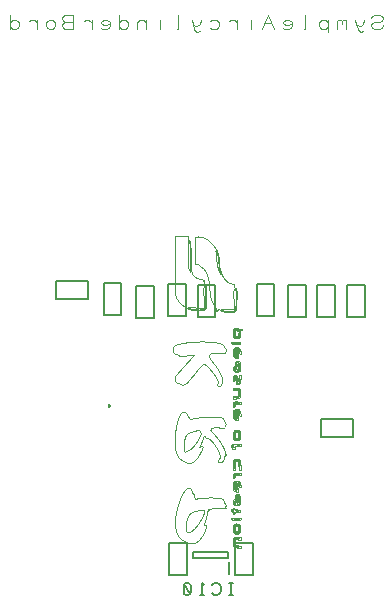
<source format=gbo>
G04 EasyPC Gerber Version 21.0.3 Build 4286 *
G04 #@! TF.Part,Single*
G04 #@! TF.FileFunction,Legend,Bot *
G04 #@! TF.FilePolarity,Positive *
%FSLAX45Y45*%
%MOIN*%
%ADD117C,0.00276*%
%ADD20C,0.00394*%
%ADD22C,0.00500*%
%ADD23C,0.00787*%
%ADD25C,0.01000*%
X0Y0D02*
D02*
D20*
X75417Y107045D02*
G75*
G02X75595Y107320I794J-321D01*
G01*
G75*
G02X75928Y107613I2004J-1939*
G01*
G75*
G02X76335Y107870I1863J-2495*
G01*
G75*
G02X76744Y108038I1050J-1979*
G01*
G75*
G02X79067Y108549I4646J-15582*
G01*
G75*
G02X82070Y108872I5958J-41298*
G01*
G75*
G02X85243Y108984I3162J-44498*
G01*
G75*
G02X88120Y108846I-7J-30260*
G01*
G75*
G02X89363Y108709I-4033J-42055*
G01*
G75*
G02X90288Y108560I-1695J-13474*
G01*
G75*
G02X91007Y108384I-1573J-7993*
G01*
G75*
G02X91598Y108163I-1205J-4123*
G01*
G75*
G02X91929Y107972I-895J-1938*
G01*
G75*
G02X92192Y107739I-882J-1259*
G01*
G75*
G02X92363Y107488I-852J-763*
G01*
G75*
G02X92420Y107244I-487J-244*
G01*
G75*
G03X92438Y107143I296*
G01*
G75*
G03X92494Y107020I818J297*
G01*
G75*
G03X92575Y106896I877J485*
G01*
G75*
G03X92670Y106790I689J522*
G01*
G75*
G02X92800Y106642I-693J-741*
G01*
G75*
G02X92874Y106494I-424J-304*
G01*
G75*
G02X92911Y106300I-798J-249*
G01*
G75*
G02X92920Y105990I-4685J-304*
G01*
G75*
G02X92866Y105479I-2432*
G01*
G75*
G02X92691Y105185I-520J111*
G01*
G75*
G02X92354Y105033I-432J507*
G01*
G75*
G02X91745Y104990I-609J4254*
G01*
G75*
G02X91468Y104997I4J5305*
G01*
G75*
G02X91224Y105019I168J3219*
G01*
G75*
G02X91028Y105050I423J3293*
G01*
G75*
G02X90970Y105090I16J85*
G01*
G75*
G03X90767Y105204I-204J-126*
G01*
G75*
G03X89601Y105195I-188J-50890*
G01*
G75*
G03X88481Y105152I554J-28845*
G01*
G75*
G03X88039Y105034I66J-1136*
G01*
G75*
G03X87568Y104688I768J-1538*
G01*
G75*
G03X87347Y104259I604J-582*
G01*
G75*
G03X87394Y103763I893J-166*
G01*
G75*
G03X87703Y103224I1959J763*
G01*
G75*
G02X88504Y102200I-103483J-81718*
G01*
G75*
G02X89190Y101299I-60161J-46543*
G01*
G75*
G02X89789Y100498I-230375J-172811*
G01*
G75*
G02X89820Y100401I-130J-96*
G01*
G75*
G03X89831Y100359I91J1*
G01*
G75*
G03X89864Y100304I398J202*
G01*
G75*
G03X89912Y100245I456J319*
G01*
G75*
G03X89969Y100192I449J422*
G01*
G75*
G02X90093Y100060I-463J-560*
G01*
G75*
G02X90220Y99861I-1677J-1215*
G01*
G75*
G02X90423Y99485I-9930J-5613*
G01*
G75*
G02X90996Y98372I-468609J-241887*
G01*
G75*
G02X91230Y97900I-17175J-8817*
G01*
G75*
G02X91438Y97448I-13874J-6650*
G01*
G75*
G02X91602Y97061I-13386J-5891*
G01*
G75*
G02X91659Y96865I-946J-386*
G01*
G75*
G02X91678Y96677I-1078J-201*
G01*
G75*
G02X91676Y96352I-8470J-111*
G01*
G75*
G02X91659Y95976I-9520J250*
G01*
G75*
G02X91626Y95594I-10183J669*
G01*
G75*
G02X91563Y95067I-16119J1672*
G01*
G75*
G02X91499Y94774I-1875J257*
G01*
G75*
G02X91406Y94568I-832J252*
G01*
G75*
G02X91257Y94375I-994J616*
G01*
G75*
G02X91113Y94246I-968J929*
G01*
G75*
G02X90970Y94157I-472J603*
G01*
G75*
G02X90820Y94107I-287J606*
G01*
G75*
G02X90656Y94090I-166J787*
G01*
G75*
G02X90372Y94146J744*
G01*
G75*
G02X90205Y94304I122J296*
G01*
G75*
G02X90157Y94576I465J222*
G01*
G75*
G02X90233Y94977I2257J-218*
G01*
G75*
G03X90281Y95169I-3015J857*
G01*
G75*
G03X90316Y95363I-3020J652*
G01*
G75*
G03X90336Y95533I-2658J400*
G01*
G75*
G03X90333Y95640I-440J39*
G01*
G75*
G03X90238Y95957I-1244J-197*
G01*
G75*
G03X89959Y96548I-14342J-6409*
G01*
G75*
G03X89635Y97161I-12519J-6229*
G01*
G75*
G03X89337Y97640I-5411J-3037*
G01*
G75*
G03X88489Y98773I-14699J-10113*
G01*
G75*
G03X87465Y99963I-20935J-16989*
G01*
G75*
G03X86479Y100993I-22807J-20836*
G01*
G75*
G03X85944Y101354I-1203J-1205*
G01*
G75*
G03X85752Y101424I-740J-1735*
G01*
G75*
G03X85617Y101441I-113J-371*
G01*
G75*
G03X85481Y101410I23J-417*
G01*
G75*
G03X85283Y101317I895J-2166*
G01*
G75*
G03X84945Y101073I698J-1322*
G01*
G75*
G03X84182Y100323I30869J-32167*
G01*
G75*
G03X83393Y99518I66914J-66460*
G01*
G75*
G03X83320Y99340I183J-178*
G01*
G75*
G02X83307Y99294I-83*
G01*
G75*
G02X83211Y99153I-5679J3746*
G01*
G75*
G02X83089Y98987I-4089J2857*
G01*
G75*
G02X82946Y98804I-6502J4956*
G01*
G75*
G03X82795Y98614I12837J-10356*
G01*
G75*
G03X82652Y98428I11426J-8960*
G01*
G75*
G03X82531Y98267I10618J-8043*
G01*
G75*
G03X82470Y98177I1073J-792*
G01*
G75*
G02X82394Y98071I-769J471*
G01*
G75*
G02X82121Y97746I-44552J37254*
G01*
G75*
G02X81792Y97363I-32972J27996*
G01*
G75*
G02X81420Y96939I-50333J43737*
G01*
G75*
G03X81052Y96516I27491J-24286*
G01*
G75*
G03X80731Y96133I17525J-15023*
G01*
G75*
G03X80466Y95806I25271J-20731*
G01*
G75*
G03X80406Y95702I318J-254*
G01*
G75*
G02X80284Y95507I-600J238*
G01*
G75*
G02X80031Y95256I-2506J2281*
G01*
G75*
G02X79718Y95006I-2557J2867*
G01*
G75*
G02X79393Y94799I-1917J2666*
G01*
G75*
G02X78979Y94642I-758J1369*
G01*
G75*
G02X78490Y94584I-521J2307*
G01*
G75*
G02X78046Y94626I-28J2050*
G01*
G75*
G02X77782Y94778I100J480*
G01*
G75*
G03X77682Y94857I-288J-261*
G01*
G75*
G03X77530Y94927I-559J-1010*
G01*
G75*
G03X77344Y94983I-516J-1363*
G01*
G75*
G03X77145Y95018I-396J-1709*
G01*
G75*
G02X76894Y95061I231J2065*
G01*
G75*
G02X76706Y95131I194J812*
G01*
G75*
G02X76537Y95246I395J764*
G01*
G75*
G02X76349Y95429I1502J1729*
G01*
G75*
G02X76161Y95658I1985J1822*
G01*
G75*
G02X76070Y95838I496J362*
G01*
G75*
G02X76031Y96063I858J268*
G01*
G75*
G02X76020Y96482I8800J424*
G01*
G75*
G02X76028Y96765I5930J-7*
G01*
G75*
G02X76048Y97041I5393J-254*
G01*
G75*
G02X76077Y97276I4748J-476*
G01*
G75*
G02X76113Y97408I589J-88*
G01*
G75*
G02X76289Y97698I947J-377*
G01*
G75*
G02X77425Y99002I195633J-169264*
G01*
G75*
G02X78852Y100606I111835J-98045*
G01*
G75*
G02X80682Y102619I281537J-254204*
G01*
G75*
G03X81272Y103274I-40278J36897*
G01*
G75*
G03X81769Y103848I-22685J20111*
G01*
G75*
G03X82186Y104348I-54272J45751*
G01*
G75*
G03X82220Y104444I-117J96*
G01*
G75*
G03X82189Y104513I-90*
G01*
G75*
G03X82105Y104558I-143J-164*
G01*
G75*
G03X81950Y104583I-192J-705*
G01*
G75*
G03X81691Y104590I-257J-4922*
G01*
G75*
G03X81481Y104583I-6J-3304*
G01*
G75*
G03X81289Y104563I156J-2371*
G01*
G75*
G03X81132Y104534I306J-2112*
G01*
G75*
G03X81066Y104499I30J-136*
G01*
G75*
G02X80999Y104461I-109J114*
G01*
G75*
G02X80837Y104420I-719J2552*
G01*
G75*
G02X80638Y104385I-596J2799*
G01*
G75*
G02X80420Y104361I-550J3919*
G01*
G75*
G03X80157Y104335I735J-8666*
G01*
G75*
G03X79812Y104292I2927J-25190*
G01*
G75*
G03X79448Y104243I3471J-26815*
G01*
G75*
G03X79120Y104193I2539J-17730*
G01*
G75*
G02X78424Y104111I-1274J7869*
G01*
G75*
G02X77884Y104122I-210J2868*
G01*
G75*
G02X77459Y104226I204J1763*
G01*
G75*
G02X77121Y104424I415J1093*
G01*
G75*
G03X76972Y104532I-809J-959*
G01*
G75*
G03X76809Y104617I-657J-1066*
G01*
G75*
G03X76648Y104672I-431J-1006*
G01*
G75*
G03X76504Y104690I-144J-564*
G01*
G75*
G02X76220Y104742I1J799*
G01*
G75*
G02X75923Y104896I507J1341*
G01*
G75*
G02X75658Y105124I871J1282*
G01*
G75*
G02X75469Y105393I893J827*
G01*
G75*
G02X75372Y105702I835J433*
G01*
G75*
G02X75331Y106206I5073J666*
G01*
G75*
G02X75340Y106715I5077J164*
G01*
G75*
G02X75417Y107045I1074J-74*
G01*
X75920Y144390D02*
X80100D01*
X80171Y143683*
G75*
G03X80214Y143340I7585J768*
G01*
G75*
G03X80263Y143120I1459J214*
G01*
G75*
G03X80325Y142983I571J175*
G01*
G75*
G03X80407Y142918I133J82*
G01*
G75*
G02X80647Y142791I-310J-881*
G01*
G75*
G02X80845Y142600I-581J-796*
G01*
G75*
G02X80976Y142369I-719J-560*
G01*
G75*
G02X81020Y142128I-622J-241*
G01*
G75*
G03X81028Y141999I1146J1*
G01*
G75*
G03X81050Y141880I870J99*
G01*
G75*
G03X81082Y141785I651J167*
G01*
G75*
G03X81120Y141740I91J38*
G01*
G75*
G02X81168Y141658I-52J-85*
G01*
G75*
G02X81195Y140535I-291089J-7604*
G01*
G75*
G02X81215Y139131I-89069J-1951*
G01*
G75*
G02X81220Y137203I-308554J-1909*
G01*
G75*
G03X81226Y134741I600317J17*
G01*
G75*
G03X81248Y133513I44979J193*
G01*
G75*
G03X81284Y132759I22836J721*
G01*
G75*
G03X81367Y132534I417J26*
G01*
G75*
G02X81424Y132450I-683J-519*
G01*
G75*
G02X81472Y132356I-851J-495*
G01*
G75*
G02X81506Y132267I-784J-353*
G01*
G75*
G02X81517Y132200I-227J-72*
G01*
G75*
G03X81588Y131894I774J18*
G01*
G75*
G03X81828Y131435I4631J2131*
G01*
G75*
G03X82122Y130992I4288J2529*
G01*
G75*
G03X82394Y130713I1185J882*
G01*
G75*
G03X83009Y130310I2623J3333*
G01*
G75*
G03X83736Y129981I2766J5148*
G01*
G75*
G03X84479Y129762I1940J5215*
G01*
G75*
G03X85142Y129690I664J3004*
G01*
X85520*
Y129183*
G75*
G03X85543Y128818I3084J2*
G01*
G75*
G03X85610Y128535I1243J148*
G01*
G75*
G03X85715Y128352I581J214*
G01*
G75*
G03X85849Y128289I135J113*
G01*
G75*
G02X85908Y128264I-1J-84*
G01*
G75*
G02X85994Y128165I-765J-750*
G01*
G75*
G02X86085Y128030I-1076J-826*
G01*
G75*
G02X86170Y127870I-1775J-1052*
G01*
G75*
G02X86285Y127507I-1226J-588*
G01*
G75*
G02X86341Y126992I-4433J-742*
G01*
G75*
G02X86366Y126093I-19589J-981*
G01*
G75*
G02X86370Y123892I-506315J-2187*
G01*
G75*
G02X86366Y121778I-464200J-20*
G01*
G75*
G02X86343Y120856I-22243J100*
G01*
G75*
G02X86295Y120333I-5987J278*
G01*
G75*
G02X86194Y120062I-648J87*
G01*
G75*
G02X85916Y119742I-1319J865*
G01*
G75*
G02X85596Y119559I-604J686*
G01*
G75*
G02X85112Y119462I-650J1993*
G01*
G75*
G02X84196Y119409I-1683J21256*
G01*
G75*
G02X82875Y119406I-720J20001*
G01*
G75*
G02X81802Y119502I265J8926*
G01*
G75*
G02X80893Y119708I973J6407*
G01*
G75*
G02X80076Y120035I1500J4946*
G01*
G75*
G02X79028Y120667I3519J7011*
G01*
G75*
G02X78009Y121499I6082J8493*
G01*
G75*
G02X77146Y122409I6578J7101*
G01*
G75*
G02X76578Y123276I3515J2923*
G01*
G75*
G02X76179Y124356I4557J2296*
G01*
G75*
G02X75996Y125574I6520J1600*
G01*
G75*
G02X75933Y127723I39815J2257*
G01*
G75*
G02X75922Y134815I2673193J7553*
G01*
X75920Y144390*
X76074Y78690D02*
G75*
G02X76479Y81163I33579J-4221D01*
G01*
G75*
G02X77021Y83181I16182J-3264*
G01*
G75*
G02X77647Y84664I10312J-3481*
G01*
G75*
G02X78320Y85340I1392J-713*
G01*
G75*
G02X78461Y85398I394J-759*
G01*
G75*
G02X78648Y85446I629J-2055*
G01*
G75*
G02X78846Y85479I479J-2239*
G01*
G75*
G02X79027Y85490I178J-1484*
G01*
G75*
G02X79261Y85474I3J-1706*
G01*
G75*
G02X79429Y85422I-77J-552*
G01*
G75*
G02X79584Y85317I-292J-598*
G01*
G75*
G02X79781Y85122I-2022J-2231*
G01*
G75*
G02X79915Y84956I-1277J-1170*
G01*
G75*
G02X80038Y84764I-1863J-1326*
G01*
G75*
G02X80133Y84575I-1795J-1024*
G01*
G75*
G02X80181Y84422I-636J-282*
G01*
G75*
G03X80230Y84267I663J125*
G01*
G75*
G03X80331Y84070I2036J926*
G01*
G75*
G03X80463Y83867I2170J1263*
G01*
G75*
G03X80607Y83689I1645J1179*
G01*
X80970Y83287*
X82520Y83480*
G75*
G02X84479Y83706I13614J-109562*
G01*
G75*
G02X85915Y83826I3415J-32196*
G01*
G75*
G02X87254Y83874I1646J-26774*
G01*
G75*
G02X88870Y83869I630J-56475*
G01*
G75*
G02X90074Y83842I-1920J-111812*
G01*
G75*
G02X90782Y83806I-414J-14847*
G01*
G75*
G02X91241Y83753I-454J-5973*
G01*
G75*
G02X91523Y83668I-162J-1052*
G01*
G75*
G02X91828Y83497I-917J-1994*
G01*
G75*
G02X92047Y83303I-603J-900*
G01*
G75*
G02X92194Y83070I-710J-611*
G01*
G75*
G02X92283Y82783I-1202J-530*
G01*
G75*
G03X92319Y82637I1250J233*
G01*
G75*
G03X92376Y82482I1750J552*
G01*
G75*
G03X92443Y82341I1572J654*
G01*
G75*
G03X92509Y82240I555J293*
G01*
G75*
G02X92810Y81787I-2291J-1851*
G01*
G75*
G02X92919Y81401I-806J-435*
G01*
G75*
G02X92844Y81051I-685J-36*
G01*
G75*
G02X92591Y80709I-1165J598*
G01*
X92261Y80390*
X90647*
G75*
G03X89984Y80383I-16J-33187*
G01*
G75*
G03X89459Y80363I265J-13261*
G01*
G75*
G03X89041Y80333I1234J-20454*
G01*
G75*
G03X88970Y80290I7J-92*
G01*
G75*
G02X88926Y80251I-83J51*
G01*
G75*
G02X88831Y80219I-261J619*
G01*
G75*
G02X88712Y80197I-219J848*
G01*
G75*
G02X88582Y80190I-131J1139*
G01*
G75*
G03X88318Y80137I0J-683*
G01*
G75*
G03X88066Y79982I374J-894*
G01*
G75*
G03X87883Y79769I567J-669*
G01*
G75*
G03X87820Y79544I370J-225*
G01*
G75*
G03X87856Y79436I186J0*
G01*
G75*
G03X88050Y79176I6042J4318*
G01*
G75*
G03X88302Y78874I5295J4150*
G01*
G75*
G03X88600Y78549I7902J6970*
G01*
G75*
G02X88947Y78174I-9182J-8827*
G01*
G75*
G02X89346Y77712I-19239J-17032*
G01*
G75*
G02X89733Y77242I-19611J-16560*
G01*
G75*
G02X90044Y76839I-9783J-7859*
G01*
G75*
G03X90316Y76473I97500J72211*
G01*
G75*
G03X90581Y76118I87458J65171*
G01*
G75*
G03X90811Y75814I79632J59795*
G01*
G75*
G03X90940Y75647I8551J6481*
G01*
G75*
G02X91034Y75524I-3375J-2675*
G01*
G75*
G02X91125Y75394I-3772J-2757*
G01*
G75*
G02X91202Y75277I-3423J-2324*
G01*
G75*
G02X91246Y75197I-667J-424*
G01*
G75*
G03X91291Y75112I1254J604*
G01*
G75*
G03X91374Y74969I9367J5349*
G01*
G75*
G03X91473Y74805I10363J6101*
G01*
G75*
G03X91576Y74640I10841J6638*
G01*
G75*
G02X91691Y74448I-3752J-2376*
G01*
G75*
G02X91829Y74196I-10285J-5813*
G01*
G75*
G02X91967Y73930I-10989J-5858*
G01*
G75*
G02X92082Y73690I-6937J-3480*
G01*
G75*
G03X92193Y73451I29837J13739*
G01*
G75*
G03X92317Y73189I44185J20772*
G01*
G75*
G03X92436Y72941I41240J19680*
G01*
G75*
G03X92528Y72756I13678J6637*
G01*
G75*
G02X92602Y72581I-1326J-662*
G01*
G75*
G02X92664Y72375I-2333J-822*
G01*
G75*
G02X92707Y72170I-2311J-586*
G01*
G75*
G02X92720Y72000I-1037J-170*
G01*
G75*
G03X92729Y71851I1407J3*
G01*
G75*
G03X92752Y71707I1247J131*
G01*
G75*
G03X92787Y71588I1002J230*
G01*
G75*
G03X92829Y71522I168J60*
G01*
G75*
G02X92911Y71357I-204J-204*
G01*
G75*
G02X92892Y71149I-461J-63*
G01*
G75*
G02X92778Y70949I-549J181*
G01*
G75*
G02X92596Y70811I-426J373*
G01*
G75*
G03X92454Y70726I379J-793*
G01*
G75*
G03X92373Y70633I170J-231*
G01*
G75*
G03X92331Y70507I310J-172*
G01*
G75*
G03X92319Y70309I1616J-206*
G01*
G75*
G02X92268Y69932I-1500J9*
G01*
G75*
G02X92120Y69523I-2461J656*
G01*
G75*
G02X91915Y69163I-2160J995*
G01*
G75*
G02X91690Y68943I-676J468*
G01*
G75*
G02X91570Y68877I-506J771*
G01*
G75*
G02X91413Y68812I-904J1962*
G01*
G75*
G02X91246Y68758I-775J2110*
G01*
G75*
G02X91095Y68724I-370J1313*
G01*
G75*
G02X90611Y68754I-176J1089*
G01*
G75*
G02X90343Y69002I113J392*
G01*
G75*
G02X90359Y69401I481J181*
G01*
G75*
G02X90670Y69846I1422J-664*
G01*
G75*
G03X90931Y70257I-785J785*
G01*
G75*
G03X91000Y70753I-1164J417*
G01*
G75*
G03X90870Y71393I-2392J-153*
G01*
G75*
G03X90516Y72266I-9263J-3252*
G01*
G75*
G02X90403Y72513I29704J13724*
G01*
G75*
G02X90307Y72728I16535J7484*
G01*
G75*
G02X90226Y72914I47170J20654*
G01*
G75*
G02X90220Y72941I64J28*
G01*
G75*
G03X90213Y72968I-53J0*
G01*
G75*
G03X90097Y73167I-51014J-29708*
G01*
G75*
G03X89961Y73396I-15945J-9330*
G01*
G75*
G03X89800Y73659I-28880J-17518*
G01*
G75*
G03X88987Y74856I-14461J-8944*
G01*
G75*
G03X88166Y75828I-8194J-6090*
G01*
G75*
G03X87422Y76506I-5378J-5148*
G01*
G75*
G03X86895Y76692I-533J-670*
G01*
G75*
G02X86626Y76735I6J893*
G01*
G75*
G02X86371Y76859I322J995*
G01*
G75*
G02X86151Y77050I612J923*
G01*
G75*
G02X85987Y77294I852J750*
G01*
G75*
G03X85858Y77474I-631J-315*
G01*
G75*
G03X85698Y77569I-256J-252*
G01*
G75*
G03X85575Y77542I-36J-131*
G01*
G75*
G03X85518Y77422I102J-122*
G01*
G75*
G02X85454Y77056I-1177J15*
G01*
G75*
G02X85106Y76078I-43208J14861*
G01*
G75*
G02X84688Y75006I-31465J11631*
G01*
G75*
G02X84256Y74007I-24891J10180*
G01*
G75*
G03X84137Y73727I5227J-2388*
G01*
G75*
G03X84154Y73645I71J-28*
G01*
G75*
G03X84224Y73644I36J35*
G01*
G75*
G03X84421Y73841I-2878J3081*
G01*
G75*
G02X84537Y73943I613J-579*
G01*
G75*
G02X84669Y74022I498J-676*
G01*
G75*
G02X84806Y74073I332J-688*
G01*
G75*
G02X84938Y74090I131J-502*
G01*
G75*
G02X85093Y74079I2J-1103*
G01*
G75*
G02X85172Y74039I-19J-133*
G01*
G75*
G02X85210Y73958I-103J-99*
G01*
G75*
G02X85220Y73796I-1270J-161*
G01*
G75*
G02X85213Y73679I-934J-2*
G01*
G75*
G02X85191Y73570I-742J94*
G01*
G75*
G02X85159Y73483I-552J156*
G01*
G75*
G02X85120Y73440I-92J43*
G01*
G75*
G03X85082Y73403I66J-106*
G01*
G75*
G03X85050Y73342I283J-189*
G01*
G75*
G03X85028Y73268I378J-154*
G01*
G75*
G03X85020Y73193I382J-76*
G01*
G75*
G02X85002Y73085I-321J-1*
G01*
G75*
G02X84922Y72875I-4372J1553*
G01*
G75*
G02X84813Y72630I-4604J1889*
G01*
G75*
G02X84685Y72373I-5822J2764*
G01*
G75*
G03X84536Y72093I176419J-93592*
G01*
G75*
G03X84368Y71774I294981J-155878*
G01*
G75*
G03X84206Y71465I285161J-150052*
G01*
G75*
G03X84078Y71221I111640J-58771*
G01*
G75*
G02X83963Y71014I-4730J2476*
G01*
G75*
G02X83844Y70820I-3935J2282*
G01*
G75*
G02X83735Y70661I-3430J2229*
G01*
G75*
G02X83663Y70584I-336J241*
G01*
G75*
G03X83609Y70530I287J-346*
G01*
G75*
G03X83563Y70467I376J-321*
G01*
G75*
G03X83531Y70403I362J-221*
G01*
G75*
G03X83520Y70350I132J-53*
G01*
G75*
G02X83429Y70131I-306J0*
G01*
G75*
G02X82796Y69530I-18739J19085*
G01*
G75*
G02X82151Y68969I-10406J11310*
G01*
G75*
G02X81727Y68700I-1296J1578*
G01*
G75*
G02X81485Y68604I-854J1806*
G01*
G75*
G02X81230Y68539I-646J2003*
G01*
G75*
G02X80945Y68502I-474J2506*
G01*
G75*
G02X80613Y68490I-332J4504*
G01*
G75*
G02X80161Y68509I4J5289*
G01*
G75*
G02X79853Y68574I111J1296*
G01*
G75*
G02X79537Y68719I564J1652*
G01*
G75*
G02X79028Y69030I6828J11719*
G01*
G75*
G03X78835Y69149I-3294J-5125*
G01*
G75*
G03X78624Y69270I-4174J-7043*
G01*
G75*
G03X78426Y69375I-3607J-6545*
G01*
G75*
G03X78278Y69445I-995J-1927*
G01*
G75*
G02X77611Y69872I902J2138*
G01*
G75*
G02X77022Y70556I2613J2850*
G01*
G75*
G02X76544Y71448I4057J2744*
G01*
G75*
G02X76211Y72500I6355J2594*
G01*
G75*
G02X76036Y73661I7391J1706*
G01*
G75*
G02X75954Y75404I34991J2517*
G01*
G75*
G02X75961Y77222I35408J778*
G01*
G75*
G02X76074Y78690I15400J-451*
G01*
X76170Y50640D02*
G75*
G02X76343Y51734I35301J-5028D01*
G01*
G75*
G02X76526Y52639I17104J-2979*
G01*
G75*
G02X76778Y53631I22146J-5090*
G01*
G75*
G02X77181Y55040I88698J-24648*
G01*
G75*
G02X77766Y56704I16563J-4884*
G01*
G75*
G02X78487Y58196I12457J-5106*
G01*
G75*
G02X79249Y59361I9120J-5127*
G01*
G75*
G02X79941Y59948I1650J-1243*
G01*
G75*
G02X80283Y60068I572J-1093*
G01*
G75*
G02X80662Y60089I272J-1440*
G01*
G75*
G02X81011Y60015I-93J-1302*
G01*
G75*
G02X81267Y59853I-237J-655*
G01*
G75*
G02X81423Y59645I-648J-648*
G01*
G75*
G02X81572Y59328I-2573J-1405*
G01*
G75*
G02X81684Y58993I-2738J-1099*
G01*
G75*
G02X81720Y58722I-1030J-276*
G01*
G75*
G03X81737Y58663I111J1*
G01*
G75*
G03X81800Y58576I742J471*
G01*
G75*
G03X81888Y58481I848J693*
G01*
G75*
G03X81993Y58391I973J1016*
G01*
G75*
G02X82222Y58155I-770J-979*
G01*
G75*
G02X82387Y57863I-1092J-813*
G01*
G75*
G02X82487Y57515I-1481J-614*
G01*
G75*
G02X82520Y57115I-2387J-399*
G01*
Y56662*
X83146Y56722*
G75*
G02X84885Y56862I5186J-53637*
G01*
G75*
G02X86604Y56943I3265J-50942*
G01*
G75*
G02X88150Y56962I1302J-43218*
G01*
G75*
G02X89337Y56909I-87J-15324*
G01*
G75*
G02X89920Y56856I-2848J-34266*
G01*
G75*
G02X90488Y56794I-3098J-30891*
G01*
G75*
G02X90974Y56731I-3331J-27972*
G01*
G75*
G02X91243Y56683I-420J-3076*
G01*
G75*
G02X91674Y56530I-439J-1924*
G01*
G75*
G02X92020Y56291I-622J-1267*
G01*
G75*
G02X92243Y55993I-744J-790*
G01*
G75*
G02X92320Y55669I-637J-324*
G01*
G75*
G03X92338Y55493I905J1*
G01*
G75*
G03X92389Y55340I635J125*
G01*
G75*
G03X92480Y55193I681J325*
G01*
G75*
G03X92620Y55040I1230J982*
G01*
G75*
G02X92830Y54759I-728J-761*
G01*
G75*
G02X92919Y54441I-743J-379*
G01*
G75*
G02X92878Y54107I-868J-64*
G01*
G75*
G02X92714Y53780I-1149J374*
G01*
X92507Y53490*
X90920*
G75*
G03X90269Y53483I-16J-31907*
G01*
G75*
G03X89753Y53463I261J-12865*
G01*
G75*
G03X89341Y53433I1204J-19658*
G01*
G75*
G03X89270Y53390I7J-92*
G01*
G75*
G02X89212Y53350I-73J45*
G01*
G75*
G02X88996Y53319I-714J4204*
G01*
G75*
G02X88727Y53297I-450J3837*
G01*
G75*
G02X88420Y53290I-311J6472*
G01*
G75*
G03X88114Y53283I-4J-6471*
G01*
G75*
G03X87846Y53261I182J-3859*
G01*
G75*
G03X87629Y53230I498J-4235*
G01*
G75*
G03X87570Y53190I15J-85*
G01*
G75*
G02X87523Y53151I-80J49*
G01*
G75*
G02X87416Y53119I-299J810*
G01*
G75*
G02X87279Y53097I-244J1080*
G01*
G75*
G02X87130Y53090I-151J1525*
G01*
X86750*
X86690Y52165*
G75*
G02X86593Y51377I-7037J461*
G01*
G75*
G02X86382Y50351I-20576J3699*
G01*
G75*
G02X86110Y49300I-21140J4908*
G01*
G75*
G02X85819Y48415I-11311J3230*
G01*
G75*
G03X85750Y48213I4117J-1533*
G01*
G75*
G03X85703Y48041I2024J-645*
G01*
G75*
G03X85677Y47907I1967J-450*
G01*
G75*
G03X85697Y47880I24J-4*
G01*
G75*
G03X85743Y47877I45J322*
G01*
G75*
G03X85844Y47878I-21J6242*
G01*
G75*
G03X85966Y47881I-120J6205*
G01*
G75*
G03X86096Y47887I-306J8165*
G01*
G75*
G02X86296Y47888I108J-1942*
G01*
G75*
G02X86376Y47848I-6J-112*
G01*
G75*
G02X86413Y47756I-119J-102*
G01*
G75*
G02X86420Y47504I-4357J-249*
G01*
G75*
G02X86413Y47345I-1715J-2*
G01*
G75*
G02X86391Y47202I-1207J111*
G01*
G75*
G02X86359Y47088I-939J203*
G01*
G75*
G02X86320Y47040I-88J31*
G01*
G75*
G03X86282Y46997I54J-86*
G01*
G75*
G03X86250Y46912I502J-239*
G01*
G75*
G03X86228Y46805I700J-200*
G01*
G75*
G03X86220Y46690I893J-116*
G01*
G75*
G02X86213Y46575I-897J-2*
G01*
G75*
G02X86191Y46468I-722J93*
G01*
G75*
G02X86159Y46383I-535J154*
G01*
G75*
G02X86120Y46340I-93J44*
G01*
G75*
G03X86082Y46303I67J-108*
G01*
G75*
G03X86050Y46243I274J-187*
G01*
G75*
G03X86028Y46171I365J-151*
G01*
G75*
G03X86020Y46098I359J-74*
G01*
G75*
G02X85963Y45843I-598J0*
G01*
G75*
G02X85636Y45175I-22149J10451*
G01*
G75*
G02X85263Y44485I-14751J7519*
G01*
G75*
G02X84915Y43928I-7065J4033*
G01*
G75*
G02X84542Y43437I-5108J3489*
G01*
G75*
G02X84045Y42880I-10107J8508*
G01*
G75*
G02X83543Y42361I-18157J17103*
G01*
G75*
G02X83371Y42290I-172J171*
G01*
G75*
G03X83313Y42277I0J-136*
G01*
G75*
G03X83237Y42235I263J-567*
G01*
G75*
G03X83156Y42174I419J-641*
G01*
G75*
G03X83081Y42102I529J-620*
G01*
G75*
G02X82976Y42018I-309J280*
G01*
G75*
G02X82780Y41918I-1334J2383*
G01*
G75*
G02X82542Y41820I-1331J2898*
G01*
G75*
G02X82293Y41740I-1181J3232*
G01*
G75*
G02X81720Y41636I-844J3015*
G01*
G75*
G02X81086Y41627I-379J4340*
G01*
G75*
G02X80508Y41704I229J3896*
G01*
G75*
G02X80120Y41868I229J1085*
G01*
G75*
G03X79807Y42069I-5674J-8477*
G01*
G75*
G03X79485Y42261I-5485J-8876*
G01*
G75*
G03X79132Y42454I-5990J-10535*
G01*
G75*
G03X78728Y42661I-9211J-17486*
G01*
G75*
G02X77933Y43196I1617J3254*
G01*
G75*
G02X77251Y43952I3059J3446*
G01*
G75*
G02X76700Y44908I4439J3196*
G01*
G75*
G02X76296Y46040I6990J3133*
G01*
G75*
G02X76139Y46917I4925J1335*
G01*
G75*
G02X76065Y48186I20305J1827*
G01*
G75*
G02X76070Y49520I21038J574*
G01*
G75*
G02X76170Y50640I10651J-384*
G01*
X79123Y72509D02*
G75*
G03X79237Y72341I1829J1117D01*
G01*
G75*
G03X79329Y72256I269J200*
G01*
G75*
G03X79426Y72228I98J159*
G01*
G75*
G03X79548Y72246I4J405*
G01*
G75*
G03X80773Y72828I-1353J4432*
G01*
G75*
G03X81931Y73797I-3933J5874*
G01*
G75*
G03X83033Y75168I-7061J6799*
G01*
G75*
G03X84087Y76959I-15809J10516*
G01*
G75*
G03X84411Y77623I-13734J7103*
G01*
G75*
G03X84576Y78076I-2700J1239*
G01*
G75*
G03X84613Y78377I-1030J282*
G01*
G75*
G03X84520Y78540I-196J-4*
G01*
G75*
G02X84476Y78589I65J106*
G01*
G75*
G02X84418Y78712I1529J791*
G01*
G75*
G02X84360Y78867I1799J759*
G01*
G75*
G02X84311Y79039I2535J820*
G01*
G75*
G03X84211Y79333I-1910J-481*
G01*
G75*
G03X84086Y79498I-392J-167*
G01*
G75*
G03X83931Y79548I-143J-179*
G01*
G75*
G03X83742Y79495I23J-448*
G01*
G75*
G02X83629Y79448I-279J519*
G01*
G75*
G02X83342Y79367I-4202J14321*
G01*
G75*
G02X82997Y79278I-3693J13602*
G01*
G75*
G02X82620Y79190I-4644J18972*
G01*
G75*
G03X81444Y78870I2915J-13023*
G01*
G75*
G03X80561Y78492I1594J-4944*
G01*
G75*
G03X79943Y78052I1487J-2744*
G01*
G75*
G03X79576Y77540I1028J-1125*
G01*
G75*
G03X79276Y76747I7534J-3309*
G01*
G75*
G03X79084Y75986I5780J-1857*
G01*
G75*
G03X78978Y75130I7472J-1366*
G01*
G75*
G03X78935Y74040I19211J-1302*
G01*
G75*
G03X78934Y73361I32093J-358*
G01*
G75*
G03X78959Y72991I3301J35*
G01*
G75*
G03X79017Y72737I1280J156*
G01*
G75*
G03X79123Y72509I1075J363*
G01*
X79773Y45685D02*
G75*
G03X79870Y45530I1008J520D01*
G01*
G75*
G03X79968Y45444I245J183*
G01*
G75*
G03X80099Y45402I172J314*
G01*
G75*
G03X80309Y45390I213J1793*
G01*
G75*
G03X81376Y45717I0J1904*
G01*
G75*
G03X82624Y46766I-4420J6526*
G01*
G75*
G03X83882Y48322I-8143J7868*
G01*
G75*
G03X84996Y50240I-14127J9485*
G01*
G75*
G03X85379Y51053I-19790J9827*
G01*
G75*
G03X85636Y51702I-7433J3321*
G01*
G75*
G03X85783Y52210I-4645J1615*
G01*
G75*
G03X85803Y52562I-1011J234*
G01*
G75*
G03X85770Y52715I-796J-93*
G01*
G75*
G03X85710Y52798I-159J-51*
G01*
G75*
G03X85601Y52844I-152J-206*
G01*
G75*
G03X85383Y52872I-422J-2501*
G01*
G75*
G03X85226Y52876I-118J-1443*
G01*
G75*
G03X85077Y52863I30J-1210*
G01*
G75*
G03X84954Y52836I148J-958*
G01*
G75*
G03X84887Y52797I42J-148*
G01*
G75*
G02X84813Y52755I-111J111*
G01*
G75*
G02X84643Y52721I-499J2062*
G01*
G75*
G02X84434Y52698I-376J2392*
G01*
G75*
G02X84207Y52690I-228J3308*
G01*
G75*
G03X83982Y52683I-3J-3461*
G01*
G75*
G03X83783Y52661I142J-2197*
G01*
G75*
G03X83625Y52629I311J-1976*
G01*
G75*
G03X83570Y52590I21J-86*
G01*
G75*
G02X83525Y52551I-82J50*
G01*
G75*
G02X83428Y52519I-269J659*
G01*
G75*
G02X83305Y52497I-224J894*
G01*
G75*
G02X83170Y52490I-135J1221*
G01*
G75*
G03X83037Y52483I-2J-1225*
G01*
G75*
G03X82914Y52461I101J-917*
G01*
G75*
G03X82816Y52429I172J-691*
G01*
G75*
G03X82770Y52390I37J-90*
G01*
G75*
G02X82725Y52351I-82J50*
G01*
G75*
G02X82628Y52319I-269J659*
G01*
G75*
G02X82505Y52297I-224J894*
G01*
G75*
G02X82370Y52290I-135J1221*
G01*
G75*
G03X82237Y52283I-2J-1225*
G01*
G75*
G03X82114Y52261I101J-917*
G01*
G75*
G03X82016Y52229I172J-691*
G01*
G75*
G03X81970Y52190I37J-90*
G01*
G75*
G02X81935Y52152I-117J72*
G01*
G75*
G02X81880Y52119I-180J244*
G01*
G75*
G02X81815Y52097I-143J314*
G01*
G75*
G02X81750Y52090I-66J284*
G01*
G75*
G03X81663Y52070I0J-194*
G01*
G75*
G03X81513Y51987I988J-1989*
G01*
G75*
G03X81340Y51874I1305J-2185*
G01*
G75*
G03X81165Y51741I1909J-2674*
G01*
G75*
G03X80793Y51340I1281J-1564*
G01*
G75*
G03X80409Y50720I5053J-3554*
G01*
G75*
G03X80109Y50077I5434J-2931*
G01*
G75*
G03X80020Y49620I1144J-458*
G01*
G75*
G02X80013Y49494I-1090J-2*
G01*
G75*
G02X79991Y49377I-836J98*
G01*
G75*
G02X79959Y49285I-624J163*
G01*
G75*
G02X79920Y49240I-91J40*
G01*
G75*
G03X79881Y49193I52J-82*
G01*
G75*
G03X79847Y49088I796J-318*
G01*
G75*
G03X79822Y48955I1057J-269*
G01*
G75*
G03X79811Y48809I1470J-189*
G01*
G75*
G02X79801Y48650I-2386J61*
G01*
G75*
G02X79780Y48475I-3474J326*
G01*
G75*
G02X79752Y48312I-3198J472*
G01*
G75*
G02X79720Y48190I-1082J214*
G01*
G75*
G03X79637Y47713I1711J-547*
G01*
G75*
G03X79629Y46883I13724J-545*
G01*
G75*
G03X79668Y46057I15609J330*
G01*
G75*
G03X79773Y45685I963J71*
G01*
X80375Y133836D02*
G75*
G03X80515Y133381I5253J1367D01*
G01*
G75*
G03X80731Y132812I13590J4825*
G01*
G75*
G03X80967Y132239I42635J17222*
G01*
G75*
G03X81040Y132190I73J31*
G01*
G75*
G03X81101Y132252J62*
G01*
G75*
G03X81042Y136780I-12355036J-159934*
G01*
G75*
G03X80980Y141283I-8601165J-115047*
G01*
G75*
G03X80917Y141434I-217J-3*
G01*
G75*
G02X80880Y141491I116J117*
G01*
G75*
G02X80849Y141589I750J288*
G01*
G75*
G02X80828Y141707I951J233*
G01*
G75*
G02X80820Y141828I1036J121*
G01*
G75*
G03X80775Y142054I-578J1*
G01*
G75*
G03X80633Y142314I-1396J-594*
G01*
G75*
G03X80456Y142527I-1190J-808*
G01*
G75*
G03X80303Y142590I-152J-154*
G01*
G75*
G03X80269Y142557J-33*
G01*
G75*
G03X80245Y141392I725747J-15784*
G01*
G75*
G03X80227Y140075I104177J-2091*
G01*
G75*
G03X80220Y138511I206495J-1614*
G01*
G75*
G03X80227Y136322I399426J55*
G01*
G75*
G03X80250Y135098I44353J244*
G01*
G75*
G03X80294Y134319I16843J553*
G01*
G75*
G03X80375Y133836I2799J222*
G01*
X80797Y120022D02*
G75*
G03X81396Y119824I1187J2580D01*
G01*
G75*
G03X82251Y119683I2017J9544*
G01*
G75*
G03X83219Y119608I1367J11379*
G01*
G75*
G03X84184Y119615I396J11248*
G01*
G75*
G03X84922Y119676I-630J12272*
G01*
G75*
G03X85342Y119781I-179J1600*
G01*
G75*
G03X85650Y119977I-367J917*
G01*
G75*
G03X85965Y120328I-1827J1951*
G01*
G75*
G03X86085Y120596I-546J407*
G01*
G75*
G03X86142Y121022I-2830J594*
G01*
G75*
G03X86166Y121802I-14488J837*
G01*
G75*
G03X86170Y123879I-491785J2064*
G01*
G75*
G03X86166Y125889I-409888J42*
G01*
G75*
G03X86141Y126728I-17069J-84*
G01*
G75*
G03X86085Y127216I-4033J-219*
G01*
G75*
G03X85970Y127570I-1356J-241*
G01*
G75*
G03X85746Y127807I-479J-229*
G01*
G75*
G03X85588Y127728I-51J-94*
G01*
G75*
G03X85524Y126902I6468J-912*
G01*
G75*
G03X85497Y124215I414956J-5600*
G01*
X85470Y120440*
X82896Y120413*
G75*
G03X81908Y120398I983J-92599*
G01*
G75*
G03X81078Y120373I978J-46674*
G01*
G75*
G03X80351Y120343I8932J-228811*
G01*
G75*
G03X80322Y120313I1J-30*
G01*
G75*
G03X80343Y120275I48J1*
G01*
G75*
G03X80463Y120198I1570J2284*
G01*
G75*
G03X80616Y120111I1292J2111*
G01*
G75*
G03X80797Y120022I1965J3787*
G01*
X83546Y143967D02*
G75*
G02X84109Y143931I-604J-13926D01*
G01*
G75*
G02X84573Y143875I-561J-6617*
G01*
G75*
G02X84981Y143794I-783J-5056*
G01*
G75*
G02X85370Y143683I-1071J-4457*
G01*
G75*
G02X86094Y143371I-1528J-4546*
G01*
G75*
G02X86842Y142915I-3434J-6462*
G01*
G75*
G02X87534Y142369I-4223J-6068*
G01*
G75*
G02X88090Y141789I-3402J-3820*
G01*
G75*
G03X88328Y141499I296990J243152*
G01*
G75*
G03X88605Y141161I537130J440327*
G01*
G75*
G03X88876Y140831I525222J431559*
G01*
G75*
G03X89096Y140564I225352J185301*
G01*
G75*
G02X89281Y140335I-9402J-7753*
G01*
G75*
G02X89443Y140121I-6578J-5168*
G01*
G75*
G02X89573Y139939I-7558J-5536*
G01*
G75*
G02X89610Y139864I-227J-159*
G01*
G75*
G03X89637Y139800I383J121*
G01*
G75*
G03X89692Y139698I2370J1234*
G01*
G75*
G03X89761Y139585I2610J1514*
G01*
G75*
G03X89835Y139474I2609J1659*
G01*
G75*
G02X89906Y139358I-889J-621*
G01*
G75*
G02X89966Y139227I-1183J-624*
G01*
G75*
G02X90008Y139102I-1100J-437*
G01*
G75*
G02X90020Y139006I-356J-96*
G01*
G75*
G03X90028Y138923I464J0*
G01*
G75*
G03X90050Y138843I449J81*
G01*
G75*
G03X90082Y138778I344J130*
G01*
G75*
G03X90120Y138740I102J62*
G01*
G75*
G02X90159Y138700I-57J-94*
G01*
G75*
G02X90191Y138626I-381J-211*
G01*
G75*
G02X90213Y138536I-528J-176*
G01*
G75*
G02X90220Y138440I-619J-94*
G01*
G75*
G03X90228Y138344I624J1*
G01*
G75*
G03X90250Y138254I550J86*
G01*
G75*
G03X90282Y138180I413J138*
G01*
G75*
G03X90320Y138140I96J53*
G01*
G75*
G02X90359Y138094I-50J-83*
G01*
G75*
G02X90391Y137997I-659J-269*
G01*
G75*
G02X90413Y137874I-894J-224*
G01*
G75*
G02X90420Y137740I-1221J-132*
G01*
G75*
G03X90428Y137606I1225J1*
G01*
G75*
G03X90450Y137483I917J101*
G01*
G75*
G03X90482Y137385I691J172*
G01*
G75*
G03X90520Y137340I90J37*
G01*
G75*
G02X90560Y137280I-44J-73*
G01*
G75*
G02X90591Y137035I-5725J-852*
G01*
G75*
G02X90613Y136735I-4776J-501*
G01*
G75*
G02X90620Y136390I-8198J-341*
G01*
G75*
G03X90628Y136045I8196J6*
G01*
G75*
G03X90650Y135744I4798J200*
G01*
G75*
G03X90681Y135500I5756J608*
G01*
G75*
G03X90720Y135440I85J12*
G01*
G75*
G02X90760Y135380I-44J-73*
G01*
G75*
G02X90791Y135135I-5725J-852*
G01*
G75*
G02X90813Y134835I-4776J-501*
G01*
G75*
G02X90820Y134490I-8198J-341*
G01*
G75*
G03X90828Y134145I8196J6*
G01*
G75*
G03X90850Y133844I4798J200*
G01*
G75*
G03X90881Y133600I5756J608*
G01*
G75*
G03X90920Y133540I85J12*
G01*
G75*
G02X90959Y133494I-50J-83*
G01*
G75*
G02X90991Y133397I-659J-269*
G01*
G75*
G02X91013Y133274I-894J-224*
G01*
G75*
G02X91020Y133140I-1221J-132*
G01*
G75*
G03X91028Y133006I1225J1*
G01*
G75*
G03X91050Y132883I917J101*
G01*
G75*
G03X91082Y132785I691J172*
G01*
G75*
G03X91120Y132740I90J37*
G01*
G75*
G02X91159Y132700I-58J-95*
G01*
G75*
G02X91191Y132628I-367J-208*
G01*
G75*
G02X91213Y132539I-511J-174*
G01*
G75*
G02X91220Y132446I-583J-91*
G01*
G75*
G03X91254Y132207I884J1*
G01*
G75*
G03X91366Y131869I3745J1054*
G01*
G75*
G03X91562Y131401I7565J2900*
G01*
G75*
G03X91886Y130711I35467J16230*
G01*
G75*
G03X92457Y129801I4325J2080*
G01*
G75*
G03X93206Y129063I3435J2739*
G01*
G75*
G03X94070Y128555I2438J3153*
G01*
G75*
G03X94982Y128318I1232J2868*
G01*
X95520Y128262*
Y127745*
G75*
G03X95533Y127425I4126J2*
G01*
G75*
G03X95582Y127257I426J33*
G01*
G75*
G03X95694Y127120I396J210*
G01*
G75*
G03X95960Y126919I2988J3663*
G01*
G75*
G02X96220Y126716I-1922J-2731*
G01*
G75*
G02X96353Y126552I-400J-461*
G01*
G75*
G02X96437Y126336I-718J-403*
G01*
G75*
G02X96524Y125913I-8236J-1912*
G01*
G75*
G02X96591Y125310I-4541J-812*
G01*
G75*
G02X96601Y124537I-11968J-539*
G01*
G75*
G02X96557Y123358I-33686J648*
G01*
G75*
G02X96433Y121190I-334956J18190*
G01*
G75*
G02X96358Y120183I-38850J2365*
G01*
G75*
G02X96272Y119652I-3658J319*
G01*
G75*
G02X96139Y119311I-1274J303*
G01*
G75*
G02X95922Y119040I-940J529*
G01*
G75*
G02X95732Y118929I-364J404*
G01*
G75*
G02X95469Y118872I-383J1130*
G01*
G75*
G02X95017Y118848I-484J4848*
G01*
G75*
G02X93985Y118845I-744J99493*
G01*
G75*
G02X92877Y118856I314J93904*
G01*
G75*
G02X92409Y118889I61J4101*
G01*
G75*
G02X92061Y118973I218J1670*
G01*
G75*
G02X91620Y119154I1713J4809*
G01*
G75*
G02X91362Y119281I2569J5520*
G01*
G75*
G02X91121Y119416I2346J4474*
G01*
G75*
G02X90924Y119541I2335J3912*
G01*
G75*
G02X90833Y119623I234J349*
G01*
G75*
G03X90774Y119687I-576J-474*
G01*
G75*
G03X90710Y119741I-444J-463*
G01*
G75*
G03X90650Y119779I-305J-412*
G01*
G75*
G03X90607Y119790I-43J-80*
G01*
G75*
G02X90424Y119854J292*
G01*
G75*
G02X89881Y118880I-34654J18678*
G01*
G75*
G02X89351Y120781I35650J10965*
G01*
G75*
G02X88985Y121173I3057J3222*
G01*
G75*
G02X88355Y122113I4360J3604*
G01*
G75*
G02X87933Y123148I4764J2546*
G01*
G75*
G02X87669Y124442I7724J2246*
G01*
G75*
G02X87522Y126202I24931J2972*
G01*
G75*
G03X87421Y127536I-24689J-1201*
G01*
G75*
G03X87244Y128936I-30418J-3128*
G01*
G75*
G03X87032Y130174I-29444J-4411*
G01*
G75*
G03X86827Y130840I-3183J-617*
G01*
G75*
G02X86785Y130941I3481J1487*
G01*
G75*
G02X86729Y131084I13543J5404*
G01*
G75*
G02X86670Y131241I15008J5756*
G01*
G75*
G02X86616Y131390I11784J4366*
G01*
G75*
G03X86275Y132150I-5090J-1824*
G01*
G75*
G03X85819Y132859I-4978J-2706*
G01*
G75*
G03X85311Y133430I-3841J-2901*
G01*
G75*
G03X84820Y133766I-1259J-1313*
G01*
G75*
G02X84658Y133858I500J1068*
G01*
G75*
G02X84456Y134005I2081J3080*
G01*
G75*
G02X84250Y134177I2506J3207*
G01*
G75*
G02X84070Y134350I1991J2239*
G01*
G75*
G03X83833Y134578I-2450J-2327*
G01*
G75*
G03X83630Y134717I-715J-824*
G01*
G75*
G03X83394Y134811I-557J-1048*
G01*
G75*
G03X83046Y134894I-1203J-4311*
G01*
X82420Y135016*
Y144015*
X83546Y143967*
X89717Y137090D02*
G75*
G03X89820Y135817I31378J1913D01*
G01*
G75*
G03X89964Y134780I14298J1456*
G01*
G75*
G03X90165Y133869I10890J1918*
G01*
G75*
G03X90439Y132990I10150J2692*
G01*
G75*
G03X90684Y132377I9128J3294*
G01*
G75*
G03X90972Y131779I9107J4011*
G01*
G75*
G03X91122Y131563I913J477*
G01*
G75*
G03X91170Y131590I21J19*
G01*
G75*
G02X91141Y131706I4252J1161*
G01*
G75*
G02X91107Y131848I9485J2335*
G01*
G75*
G02X91075Y131992I9678J2212*
G01*
G75*
G02X91050Y132116I5178J1117*
G01*
G75*
G03X91023Y132226I-1110J-209*
G01*
G75*
G03X90987Y132327I-896J-264*
G01*
G75*
G03X90947Y132408I-700J-296*
G01*
G75*
G03X90909Y132447I-96J-55*
G01*
G75*
G02X90875Y132489I43J70*
G01*
G75*
G02X90847Y132585I730J265*
G01*
G75*
G02X90827Y132706I963J219*
G01*
G75*
G02X90820Y132840I1371J136*
G01*
G75*
G03X90813Y132974I-1228J2*
G01*
G75*
G03X90791Y133097I-917J-101*
G01*
G75*
G03X90759Y133194I-691J-172*
G01*
G75*
G03X90720Y133240I-89J-37*
G01*
G75*
G02X90681Y133300I45J72*
G01*
G75*
G02X90650Y133544I5725J852*
G01*
G75*
G02X90628Y133845I4776J501*
G01*
G75*
G02X90620Y134190I8188J350*
G01*
G75*
G03X90613Y134535I-8205J4*
G01*
G75*
G03X90591Y134835I-4798J-200*
G01*
G75*
G03X90560Y135080I-5756J-608*
G01*
G75*
G03X90520Y135140I-84J-13*
G01*
G75*
G02X90481Y135200I45J72*
G01*
G75*
G02X90450Y135444I5725J852*
G01*
G75*
G02X90428Y135745I4776J501*
G01*
G75*
G02X90420Y136090I8188J350*
G01*
G75*
G03X90413Y136435I-8205J4*
G01*
G75*
G03X90391Y136735I-4798J-200*
G01*
G75*
G03X90360Y136980I-5756J-608*
G01*
G75*
G03X90320Y137040I-84J-13*
G01*
G75*
G02X90282Y137085I51J82*
G01*
G75*
G02X90250Y137183I659J269*
G01*
G75*
G02X90228Y137306I894J224*
G01*
G75*
G02X90220Y137440I1218J135*
G01*
G75*
G03X90213Y137574I-1228J2*
G01*
G75*
G03X90191Y137697I-917J-101*
G01*
G75*
G03X90159Y137794I-691J-172*
G01*
G75*
G03X90120Y137840I-89J-37*
G01*
G75*
G02X90082Y137880I58J93*
G01*
G75*
G02X90050Y137954I381J211*
G01*
G75*
G02X90028Y138044I528J176*
G01*
G75*
G02X90020Y138140I616J96*
G01*
G75*
G03X90013Y138236I-626J2*
G01*
G75*
G03X89991Y138326I-550J-86*
G01*
G75*
G03X89959Y138400I-413J-138*
G01*
G75*
G03X89920Y138440I-96J-54*
G01*
G75*
G02X89882Y138480I59J94*
G01*
G75*
G02X89850Y138552I367J208*
G01*
G75*
G02X89828Y138640I509J174*
G01*
G75*
G02X89820Y138733I585J94*
G01*
G75*
G03X89808Y138832I-406*
G01*
G75*
G03X89772Y138938I-613J-152*
G01*
G75*
G03X89718Y139033I-559J-253*
G01*
G75*
G03X89655Y139103I-280J-191*
G01*
G75*
G03X89558Y139176I-945J-1143*
G01*
G75*
G03X89526Y139170I-13J-19*
G01*
G75*
G03X89517Y139122I57J-35*
G01*
G75*
G03X89555Y138940I6579J1269*
G01*
G75*
G02X89586Y138748I-1578J-351*
G01*
G75*
G02X89630Y138273I-41574J-4100*
G01*
G75*
G02X89675Y137706I-38952J-3394*
G01*
G75*
G02X89717Y137090I-53841J-3924*
G01*
X91994Y119286D02*
G75*
G03X92314Y119162I976J2039D01*
G01*
G75*
G03X92635Y119094I549J1820*
G01*
G75*
G03X93086Y119062I559J4595*
G01*
G75*
G03X93937Y119049I1161J49678*
G01*
G75*
G03X94880Y119048I541J83949*
G01*
G75*
G03X95244Y119075I-16J2750*
G01*
G75*
G03X95467Y119145I-94J687*
G01*
G75*
G03X95672Y119290I-419J811*
G01*
G75*
G03X95960Y119677I-932J996*
G01*
G75*
G03X96112Y120157I-1443J720*
G01*
G75*
G03X96206Y121046I-10127J1521*
G01*
G75*
G03X96385Y124040I-723555J44613*
G01*
G75*
G03X96399Y124871I-10197J590*
G01*
G75*
G03X96335Y125573I-5318J-126*
G01*
G75*
G03X96204Y126120I-3504J-552*
G01*
G75*
G03X96003Y126459I-859J-281*
G01*
G75*
G03X95747Y126567I-250J-235*
G01*
G75*
G03X95583Y126424I3J-169*
G01*
G75*
G03X95524Y125726I4832J-766*
G01*
G75*
G03X95497Y123265I398372J-5564*
G01*
X95470Y119840*
X93470Y119783*
G75*
G03X92702Y119759I7219J-247509*
G01*
G75*
G03X92049Y119737I4107J-128899*
G01*
G75*
G03X91467Y119715I39730J-1076944*
G01*
G75*
G03X91440Y119707I2J-59*
G01*
G75*
G03X91428Y119650I19J-34*
G01*
G75*
G03X91524Y119553I407J311*
G01*
G75*
G03X91715Y119429I939J1237*
G01*
G75*
G03X91994Y119286I2613J4746*
G01*
X94783Y53019D02*
G75*
G02X94823Y53046I93J-92D01*
G01*
G75*
G02X94888Y53069I195J-451*
G01*
G75*
G02X94964Y53085I156J-563*
G01*
G75*
G02X95041Y53090I76J-556*
G01*
G75*
G03X95116Y53101I-1J261*
G01*
G75*
G03X95189Y53134I-90J298*
G01*
G75*
G03X95248Y53183I-152J246*
G01*
G75*
G03X95285Y53240I-128J121*
G01*
G75*
G02X95397Y53348I172J-66*
G01*
G75*
G02X95620Y53387I228J-662*
G01*
G75*
G02X95843Y53351I4J-696*
G01*
G75*
G02X95955Y53244I-57J-172*
G01*
G75*
G03X96024Y53173I118J46*
G01*
G75*
G03X96183Y53124I318J752*
G01*
G75*
G03X96438Y53090I397J2012*
G01*
G75*
G03X96841Y53069I816J11637*
G01*
X97670Y53040*
Y52340*
X95970Y52240*
X95920Y51790*
G75*
G02X95884Y51532I-4296J473*
G01*
G75*
G02X95837Y51415I-300J52*
G01*
G75*
G02X95759Y51358I-115J77*
G01*
G75*
G02X95620Y51340I-139J509*
G01*
G75*
G02X95483Y51358I1J529*
G01*
G75*
G02X95404Y51415I36J133*
G01*
G75*
G02X95357Y51531I252J169*
G01*
G75*
G02X95320Y51786I4131J724*
G01*
G75*
G03X95284Y52027I-3136J-347*
G01*
G75*
G03X95233Y52160I-404J-78*
G01*
G75*
G03X95152Y52239I-187J-111*
G01*
G75*
G03X95020Y52290I-246J-441*
G01*
G75*
G02X94900Y52334I121J520*
G01*
G75*
G02X94819Y52400I109J216*
G01*
G75*
G02X94769Y52500I225J175*
G01*
G75*
G02X94741Y52648I849J235*
G01*
G75*
G02X94735Y52767I1249J126*
G01*
G75*
G02X94741Y52880I980J2*
G01*
G75*
G02X94757Y52972I786J-87*
G01*
G75*
G02X94783Y53019I94J-22*
G01*
X94790Y50214D02*
G75*
G02X94855Y50230I65J-124D01*
G01*
G75*
G02X95267Y50231I328J-63719*
G01*
G75*
G02X95747Y50226I-44J-26621*
G01*
G75*
G02X96301Y50211I-931J-47236*
G01*
X97731Y50167*
X97701Y49854*
X97670Y49540*
X94770*
X94740Y49856*
G75*
G02X94734Y49980I1244J121*
G01*
G75*
G02X94742Y50091I821J-2*
G01*
G75*
G02X94761Y50178I607J-84*
G01*
G75*
G02X94790Y50214I57J-17*
G01*
X94844Y108844D02*
G75*
G02X94944Y108864I109J-282D01*
G01*
G75*
G02X95336Y108872I913J-32430*
G01*
G75*
G02X95800Y108875I340J-21123*
G01*
G75*
G02X96326Y108868I-176J-34432*
G01*
X97670Y108840*
Y108140*
X94770*
X94739Y108466*
G75*
G02X94735Y108607I1105J108*
G01*
G75*
G02X94752Y108720I476J-16*
G01*
G75*
G02X94789Y108800I262J-73*
G01*
G75*
G02X94844Y108844I98J-67*
G01*
X94920Y74690D02*
G75*
G02X95083Y74799I356J-356D01*
G01*
G75*
G02X95300Y74857I330J-796*
G01*
G75*
G02X95661Y74884I409J-3065*
G01*
G75*
G02X96420Y74890I757J-48477*
G01*
X97720*
Y74190*
X95931*
X95901Y73715*
X95870Y73240*
X95296Y73210*
X94720Y73180*
Y73835*
G75*
G02X94730Y74178I6571J-2*
G01*
G75*
G02X94761Y74398I1256J-67*
G01*
G75*
G02X94821Y74557I618J-144*
G01*
G75*
G02X94920Y74690I508J-276*
G01*
X95015Y73590D02*
G75*
G03X95053Y73613J44D01*
G01*
G75*
G03X95090Y73700I-513J270*
G01*
G75*
G03X95121Y73821I-817J272*
G01*
G75*
G03X95140Y73965I-1522J273*
G01*
G75*
G02X95162Y74132I1633J-135*
G01*
G75*
G02X95200Y74247I453J-85*
G01*
G75*
G02X95253Y74315I185J-90*
G01*
G75*
G02X95388I68J-81*
G01*
G75*
G02X95441Y74247I-132J-158*
G01*
G75*
G02X95479Y74132I-415J-200*
G01*
G75*
G02X95502Y73965I-1611J-302*
G01*
G75*
G03X95520Y73821I1647J139*
G01*
G75*
G03X95550Y73700I899J155*
G01*
G75*
G03X95585Y73612I606J191*
G01*
G75*
G03X95657I36J18*
G01*
G75*
G03X95692Y73700I-570J278*
G01*
G75*
G03X95721Y73821I-870J276*
G01*
G75*
G03X95740Y73965I-1628J283*
G01*
X95770Y74340*
X96596Y74369*
G75*
G03X97015Y74390I-496J14178*
G01*
G75*
G03X97249Y74422I-109J1640*
G01*
G75*
G03X97378Y74471I-94J444*
G01*
G75*
G03X97420Y74544I-41J73*
G01*
G75*
G03X97373Y74618I-81J0*
G01*
G75*
G03X97224Y74661I-230J-515*
G01*
G75*
G03X96946Y74684I-324J-2243*
G01*
G75*
G03X96416Y74690I-526J-25070*
G01*
G75*
G03X95808Y74683I0J-27578*
G01*
G75*
G03X95527Y74653I35J-1649*
G01*
G75*
G03X95342Y74581I111J-565*
G01*
G75*
G03X95166Y74444I469J-781*
G01*
G75*
G03X95015Y74224I513J-513*
G01*
G75*
G03X94925Y73926I1192J-524*
G01*
G75*
G03X94918Y73675I832J-148*
G01*
G75*
G03X95015Y73590I96J12*
G01*
X95270Y52490D02*
G75*
G02X95396Y52425I-221J-584D01*
G01*
G75*
G02X95471Y52344I-131J-196*
G01*
G75*
G02X95509Y52227I-279J-156*
G01*
G75*
G02X95520Y52043I-1506J-183*
G01*
G75*
G03X95539Y51759I2196J2*
G01*
G75*
G03X95615Y51699I69J9*
G01*
G75*
G03X95698Y51774I-9J94*
G01*
G75*
G03X95740Y52065I-2419J495*
G01*
X95770Y52440*
X96570Y52490*
G75*
G03X96976Y52522I-806J12832*
G01*
G75*
G03X97204Y52561I-144J1530*
G01*
G75*
G03X97329Y52614I-106J418*
G01*
G75*
G03X97329Y52765I-47J76*
G01*
G75*
G03X97208Y52815I-206J-328*
G01*
G75*
G03X96983Y52848I-324J-1441*
G01*
G75*
G03X96574Y52870I-919J-13489*
G01*
G75*
G02X96264Y52888I255J7005*
G01*
G75*
G02X95993Y52919I342J4174*
G01*
G75*
G02X95774Y52956I699J4761*
G01*
G75*
G02X95717Y52996I17J85*
G01*
G75*
G03X95612Y53036I-78J-49*
G01*
G75*
G03X95343Y52935I611J-2042*
G01*
G75*
G03X95085Y52796I891J-1964*
G01*
G75*
G03X95020Y52680I73J-117*
G01*
G75*
G03X95037Y52637I65J0*
G01*
G75*
G03X95094Y52585I311J282*
G01*
G75*
G03X95175Y52533I357J469*
G01*
G75*
G03X95270Y52490I399J747*
G01*
X95420Y106554D02*
G75*
G02X95573Y106793I706J-285D01*
G01*
G75*
G02X95804Y106961I563J-534*
G01*
G75*
G02X96126Y107059I491J-1035*
G01*
G75*
G02X96551Y107090I422J-2852*
G01*
G75*
G02X96885Y107079I2J-5202*
G01*
G75*
G02X97086Y107040I-50J-796*
G01*
G75*
G02X97246Y106956I-178J-533*
G01*
G75*
G02X97428Y106798I-1034J-1375*
G01*
G75*
G02X97592Y106607I-1193J-1193*
G01*
G75*
G02X97675Y106441I-428J-317*
G01*
G75*
G02X97712Y106219I-895J-262*
G01*
G75*
G02X97720Y105798I-9806J-412*
G01*
Y105090*
X97420*
G75*
G02X97244Y105102I3J1326*
G01*
G75*
G02X97165Y105147I16J119*
G01*
G75*
G02X97129Y105243I140J107*
G01*
G75*
G02X97120Y105478I3463J239*
G01*
G75*
G03X97110Y105639I-1227J1*
G01*
G75*
G03X97078Y105791I-1005J-133*
G01*
G75*
G03X97030Y105914I-755J-222*
G01*
G75*
G03X96970Y105990I-205J-100*
G01*
G75*
G03X96895Y105985I-35J-42*
G01*
G75*
G03X96846Y105879I146J-131*
G01*
G75*
G03X96825Y105580I2482J-327*
G01*
G75*
G03X96820Y104852I63288J-741*
G01*
Y103590*
X96278*
G75*
G02X95974Y103600I4J4631*
G01*
G75*
G02X95794Y103637I44J674*
G01*
G75*
G02X95661Y103714I137J391*
G01*
G75*
G02X95528Y103854I656J761*
G01*
G75*
G02X95417Y104043I632J497*
G01*
G75*
G02X95357Y104261I846J351*
G01*
G75*
G02X95330Y104592I2543J372*
G01*
G75*
G02X95327Y105228I29460J464*
G01*
G75*
G02X95336Y105670I15632J-86*
G01*
G75*
G02X95357Y106076I11326J-377*
G01*
G75*
G02X95385Y106415I11616J-815*
G01*
G75*
G02X95420Y106554I504J-50*
G01*
X95436Y85940D02*
G75*
G02X95489Y86026I796J-433D01*
G01*
G75*
G02X95559Y86118I1284J-900*
G01*
G75*
G02X95634Y86203I1172J-960*
G01*
G75*
G02X95702Y86265I488J-466*
G01*
G75*
G02X95909Y86349I246J-309*
G01*
G75*
G02X96437Y86386I877J-8720*
G01*
G75*
G02X96967Y86389I298J-7293*
G01*
G75*
G02X97266Y86328I-30J-919*
G01*
G75*
G02X97455Y86181I-148J-385*
G01*
G75*
G02X97599Y85903I-930J-659*
G01*
G75*
G02X97691Y85518I-1750J-620*
G01*
G75*
G02X97720Y85045I-3715J-472*
G01*
Y84390*
X97420*
G75*
G02X97247Y84401I3J1365*
G01*
G75*
G02X97168Y84443I16J126*
G01*
G75*
G02X97130Y84532I117J103*
G01*
G75*
G02X97120Y84732I2211J200*
G01*
G75*
G03X97107Y85001I-2607J2*
G01*
G75*
G03X97063Y85210I-1030J-107*
G01*
G75*
G03X96996Y85345I-481J-154*
G01*
G75*
G03X96910Y85390I-86J-61*
G01*
G75*
G03X96874Y85357J-36*
G01*
G75*
G03X96847Y85023I17085J-1557*
G01*
G75*
G03X96827Y84619I9052J-644*
G01*
G75*
G03X96820Y84140I17894J-490*
G01*
Y82890*
X96316*
G75*
G02X96050Y82902I4J3109*
G01*
G75*
G02X95864Y82939I70J822*
G01*
G75*
G02X95714Y83013I184J565*
G01*
G75*
G02X95566Y83135I579J848*
G01*
G75*
G02X95427Y83318I610J610*
G01*
G75*
G02X95356Y83515I522J298*
G01*
G75*
G02X95328Y83828I2002J339*
G01*
G75*
G02X95324Y84560I44894J632*
G01*
G75*
G02X95333Y85031I14162J-36*
G01*
G75*
G02X95357Y85456I9344J-334*
G01*
G75*
G02X95393Y85804I9422J-773*
G01*
G75*
G02X95436Y85940I374J-45*
G01*
X95476Y69568D02*
G75*
G02X95598Y69689I400J-280D01*
G01*
G75*
G02X95750Y69754I239J-344*
G01*
G75*
G02X95997Y69783I281J-1319*
G01*
G75*
G02X96520Y69790I515J-21064*
G01*
G75*
G02X97277Y69742I1J-6015*
G01*
G75*
G02X97574Y69550I-51J-405*
G01*
G75*
G02X97700Y69129I-737J-448*
G01*
G75*
G02X97720Y67818I-40766J-1304*
G01*
Y66290*
X97120*
Y67496*
G75*
G03X97113Y67973I-15024J2*
G01*
G75*
G03X97090Y68406I-10292J-326*
G01*
G75*
G03X97058Y68764I-11123J-820*
G01*
G75*
G03X97017Y68896I-359J-38*
G01*
G75*
G03X96946Y68986I-285J-153*
G01*
G75*
G03X96848Y69046I-218J-246*
G01*
G75*
G03X96711Y69080I-195J-502*
G01*
G75*
G03X96520Y69090I-189J-1743*
G01*
G75*
G03X96330Y69080I-1J-1749*
G01*
G75*
G03X96193Y69046I58J-535*
G01*
G75*
G03X96095Y68986I120J-306*
G01*
G75*
G03X96024Y68896I213J-243*
G01*
G75*
G03X95983Y68764I319J-170*
G01*
G75*
G03X95951Y68406I11091J-1179*
G01*
G75*
G03X95928Y67973I10269J-759*
G01*
G75*
G03X95920Y67496I15017J-487*
G01*
Y66290*
X95320*
Y67818*
G75*
G02X95327Y68615I48752J-11*
G01*
G75*
G02X95352Y69084I6491J-108*
G01*
G75*
G02X95397Y69385I2525J-225*
G01*
G75*
G02X95476Y69568I487J-103*
G01*
X95528Y48026D02*
G75*
G02X95674Y48174I731J-576D01*
G01*
G75*
G02X95822Y48250I253J-311*
G01*
G75*
G02X96044Y48283I252J-945*
G01*
G75*
G02X96513Y48290I459J-14850*
G01*
G75*
G02X97204Y48243I2J-5041*
G01*
G75*
G02X97506Y48060I-62J-444*
G01*
G75*
G02X97650Y47669I-628J-452*
G01*
G75*
G02X97704Y46633I-20174J-1578*
G01*
G75*
G02X97720Y45838I-57844J-1543*
G01*
G75*
G02X97699Y45528I-1946J-25*
G01*
G75*
G02X97630Y45333I-533J79*
G01*
G75*
G02X97483Y45143I-819J482*
G01*
G75*
G02X97317Y45007I-778J779*
G01*
G75*
G02X97153Y44933I-303J453*
G01*
G75*
G02X96927Y44899I-270J1031*
G01*
G75*
G02X96520Y44890I-414J9447*
G01*
G75*
G02X96118Y44899I8J9331*
G01*
G75*
G02X95891Y44932I47J1099*
G01*
G75*
G02X95728Y45004I138J533*
G01*
G75*
G02X95566Y45135I547J840*
G01*
G75*
G02X95427Y45319I606J606*
G01*
G75*
G02X95356Y45517I531J301*
G01*
G75*
G02X95327Y45832I2042J348*
G01*
G75*
G02X95320Y46572I45769J759*
G01*
G75*
G02X95327Y47257I35161J0*
G01*
G75*
G02X95356Y47607I2873J-57*
G01*
G75*
G02X95417Y47834I967J-138*
G01*
G75*
G02X95528Y48026I730J-294*
G01*
Y64926D02*
G75*
G02X95682Y65078I668J-524D01*
G01*
G75*
G02X95845Y65153I252J-333*
G01*
G75*
G02X96104Y65184I285J-1301*
G01*
G75*
G02X96728Y65190I611J-31644*
G01*
X97720*
Y64490*
X96924*
G75*
G03X96358Y64467I-2J-6993*
G01*
G75*
G03X96091Y64372I44J-545*
G01*
G75*
G03X95960Y64175I182J-263*
G01*
G75*
G03X95920Y63796I1785J-379*
G01*
G75*
G02X95911Y63623I-1491J-2*
G01*
G75*
G02X95871Y63541I-140J17*
G01*
G75*
G02X95790Y63500I-98J96*
G01*
G75*
G02X95620Y63490I-171J1368*
G01*
G75*
G02X95437Y63506I0J1062*
G01*
G75*
G02X95358Y63564I19J107*
G01*
G75*
G02X95326Y63690I263J135*
G01*
G75*
G02X95320Y64076I13707J389*
G01*
G75*
G02X95331Y64373I4139J-5*
G01*
G75*
G02X95366Y64593I1327J-94*
G01*
G75*
G02X95429Y64769I853J-209*
G01*
G75*
G02X95528Y64926I783J-380*
G01*
X95531Y113250D02*
G75*
G02X95698Y113351I349J-386D01*
G01*
G75*
G02X95923Y113407I356J-950*
G01*
G75*
G02X96288Y113434I423J-3270*
G01*
G75*
G02X97006Y113440I696J-41018*
G01*
X98270*
Y113094*
G75*
G02X98260Y112910I-1643J-1*
G01*
G75*
G02X98223Y112803I-257J29*
G01*
G75*
G02X98150Y112737I-152J95*
G01*
G75*
G02X98020Y112690I-269J545*
G01*
G75*
G03X97876Y112617I77J-331*
G01*
G75*
G03X97797Y112489I163J-188*
G01*
G75*
G03X97758Y112232I1331J-335*
G01*
G75*
G03X97720Y111502I55081J-3188*
G01*
G75*
G02X97648Y110590I-13140J579*
G01*
G75*
G02X97488Y110214I-712J81*
G01*
G75*
G02X97168Y110036I-387J320*
G01*
G75*
G02X96467Y109990I-701J5266*
G01*
G75*
G02X96031Y109998I3J12267*
G01*
G75*
G02X95817Y110031I33J911*
G01*
G75*
G02X95672Y110107I107J384*
G01*
G75*
G02X95528Y110254I602J733*
G01*
G75*
G02X95416Y110450I609J478*
G01*
G75*
G02X95355Y110683I942J369*
G01*
G75*
G02X95327Y111050I3117J422*
G01*
G75*
G02X95320Y111788I42333J753*
G01*
G75*
G02X95326Y112548I49954J-8*
G01*
G75*
G02X95354Y112890I2688J-42*
G01*
G75*
G02X95415Y113094I704J-101*
G01*
G75*
G02X95531Y113250I452J-214*
G01*
X95552Y43572D02*
G75*
G02X95718Y43689I495J-528D01*
G01*
G75*
G02X95907Y43754I312J-609*
G01*
G75*
G02X96195Y43783I335J-1850*
G01*
G75*
G02X96752Y43790I542J-21918*
G01*
X97720*
Y43090*
X96924*
G75*
G03X96322Y43062I-4J-6503*
G01*
G75*
G03X96068Y42943I39J-413*
G01*
G75*
G03X95949Y42690I291J-292*
G01*
G75*
G03X95920Y42090I6394J-603*
G01*
G75*
G03X95949Y41490I6418J3*
G01*
G75*
G03X96068Y41237I410J39*
G01*
G75*
G03X96322Y41118I293J293*
G01*
G75*
G03X96924Y41090I602J6476*
G01*
X97720*
Y40383*
X96648Y40411*
G75*
G02X95972Y40435I1122J41816*
G01*
G75*
G02X95708Y40471I61J1435*
G01*
G75*
G02X95561Y40546I76J331*
G01*
G75*
G02X95450Y40690I315J358*
G01*
G75*
G02X95395Y40863I510J258*
G01*
G75*
G02X95356Y41189I5300J791*
G01*
G75*
G02X95331Y41617I7598J669*
G01*
G75*
G02X95322Y42148I17701J554*
G01*
G75*
G02X95327Y42889I46911J46*
G01*
G75*
G02X95355Y43209I2211J-32*
G01*
G75*
G02X95422Y43405I604J-97*
G01*
G75*
G02X95552Y43572I591J-323*
G01*
Y88772D02*
G75*
G02X95718Y88889I495J-528D01*
G01*
G75*
G02X95907Y88954I312J-609*
G01*
G75*
G02X96195Y88983I335J-1850*
G01*
G75*
G02X96752Y88990I542J-21918*
G01*
X97720*
Y88290*
X96924*
G75*
G03X96358Y88267I-2J-6993*
G01*
G75*
G03X96091Y88172I44J-545*
G01*
G75*
G03X95960Y87975I182J-263*
G01*
G75*
G03X95920Y87596I1785J-379*
G01*
G75*
G02X95911Y87423I-1491J-2*
G01*
G75*
G02X95871Y87341I-140J17*
G01*
G75*
G02X95790Y87300I-98J96*
G01*
G75*
G02X95620Y87290I-171J1368*
G01*
X95320*
Y87922*
G75*
G02X95330Y88270I6576J-5*
G01*
G75*
G02X95363Y88478I993J-52*
G01*
G75*
G02X95432Y88630I507J-138*
G01*
G75*
G02X95552Y88772I670J-443*
G01*
X95565Y97685D02*
G75*
G02X95706Y97799I827J-879D01*
G01*
G75*
G02X95831Y97857I232J-337*
G01*
G75*
G02X95972Y97871I115J-424*
G01*
G75*
G02X96165Y97848I-88J-1521*
G01*
G75*
G02X96478Y97713I-143J-766*
G01*
G75*
G02X96680Y97465I-364J-502*
G01*
G75*
G02X96789Y97051I-1195J-536*
G01*
G75*
G02X96820Y96387I-7049J-663*
G01*
G75*
G03X96826Y95991I13604J6*
G01*
G75*
G03X96848Y95762I1754J53*
G01*
G75*
G03X96886Y95640I442J70*
G01*
G75*
G03X96946Y95615I44J21*
G01*
G75*
G03X97006Y95680I-29J87*
G01*
G75*
G03X97048Y95901I-2202J531*
G01*
G75*
G03X97079Y96231I-3927J541*
G01*
G75*
G03X97099Y96723I-18154J987*
G01*
X97128Y97790*
X97720*
Y96462*
G75*
G02X97700Y95424I-25626J-4*
G01*
G75*
G02X97601Y94978I-1294J52*
G01*
G75*
G02X97382Y94765I-359J150*
G01*
G75*
G02X96980Y94690I-402J1042*
G01*
G75*
G02X96589Y94742I0J1491*
G01*
G75*
G02X96365Y94903I104J383*
G01*
G75*
G02X96251Y95217I567J383*
G01*
G75*
G02X96220Y95815I5922J600*
G01*
G75*
G03X96216Y96117I-10295J4*
G01*
G75*
G03X96203Y96397I-7646J-225*
G01*
G75*
G03X96184Y96631I-7622J-498*
G01*
G75*
G03X96160Y96732I-383J-38*
G01*
G75*
G03X96076Y96869I-412J-158*
G01*
G75*
G03X95996Y96867I-39J-35*
G01*
G75*
G03X95936Y96724I211J-173*
G01*
G75*
G03X95920Y96440I2564J-285*
G01*
G75*
G02X95914Y96158I-5796J-3*
G01*
G75*
G02X95879Y96052I-209J10*
G01*
G75*
G02X95801Y96003I-94J63*
G01*
G75*
G02X95620Y95990I-183J1237*
G01*
X95320*
Y96722*
G75*
G02X95329Y97143I10730J0*
G01*
G75*
G02X95362Y97370I1097J-44*
G01*
G75*
G02X95433Y97530I493J-126*
G01*
G75*
G02X95565Y97685I757J-510*
G01*
X95566Y62325D02*
G75*
G02X95725Y62469I855J-791D01*
G01*
G75*
G02X95879Y62545I294J-396*
G01*
G75*
G02X96087Y62581I252J-849*
G01*
G75*
G02X96458Y62590I368J-7455*
G01*
G75*
G02X96717Y62585I6J-7397*
G01*
G75*
G02X96962Y62572I-209J-5887*
G01*
G75*
G02X97167Y62552I-425J-5517*
G01*
G75*
G02X97266Y62528I-45J-402*
G01*
G75*
G02X97455Y62381I-148J-385*
G01*
G75*
G02X97599Y62103I-930J-659*
G01*
G75*
G02X97691Y61718I-1750J-620*
G01*
G75*
G02X97720Y61245I-3715J-472*
G01*
Y60590*
X97420*
G75*
G02X97247Y60601I3J1365*
G01*
G75*
G02X97168Y60643I16J126*
G01*
G75*
G02X97130Y60732I117J103*
G01*
G75*
G02X97120Y60932I2211J200*
G01*
G75*
G03X97107Y61201I-2607J2*
G01*
G75*
G03X97063Y61410I-1030J-107*
G01*
G75*
G03X96996Y61545I-481J-154*
G01*
G75*
G03X96910Y61590I-86J-61*
G01*
G75*
G03X96874Y61557J-36*
G01*
G75*
G03X96847Y61223I17085J-1557*
G01*
G75*
G03X96827Y60819I9052J-644*
G01*
G75*
G03X96820Y60340I17894J-490*
G01*
Y59090*
X96334*
G75*
G02X96098Y59102I1J2317*
G01*
G75*
G02X95900Y59139I122J1195*
G01*
G75*
G02X95733Y59204I253J906*
G01*
G75*
G02X95584Y59297I380J766*
G01*
G75*
G02X95430Y59461I467J594*
G01*
G75*
G02X95355Y59644I381J264*
G01*
G75*
G02X95326Y59951I1867J330*
G01*
G75*
G02X95320Y60783I66442J856*
G01*
G75*
G02X95326Y61580I54033J-2*
G01*
G75*
G02X95356Y61916I2367J-35*
G01*
G75*
G02X95426Y62128I677J-108*
G01*
G75*
G02X95566Y62325I817J-431*
G01*
X95577Y66629D02*
G75*
G03X95664Y66628I44J5D01*
G01*
G75*
G03X95694Y66913I-7452J917*
G01*
G75*
G03X95714Y67289I-6516J543*
G01*
G75*
G03X95720Y67782I-18874J488*
G01*
G75*
G02X95725Y68250I24813J-17*
G01*
G75*
G02X95739Y68670I16138J-304*
G01*
G75*
G02X95757Y69021I20478J-926*
G01*
G75*
G02X95781Y69132I373J-23*
G01*
G75*
G02X95847Y69209I142J-54*
G01*
G75*
G02X95971Y69257I214J-366*
G01*
G75*
G02X96177Y69283I256J-1194*
G01*
G75*
G02X96520Y69290I335J-8393*
G01*
G75*
G02X96865Y69283I9J-8409*
G01*
G75*
G02X97070Y69257I-50J-1220*
G01*
G75*
G02X97194Y69209I-90J-414*
G01*
G75*
G02X97260Y69132I-76J-131*
G01*
G75*
G02X97284Y69021I-349J-133*
G01*
G75*
G02X97303Y68670I-20459J-1277*
G01*
G75*
G02X97316Y68250I-16124J-724*
G01*
G75*
G02X97320Y67782I-24808J-464*
G01*
G75*
G03X97327Y67289I18881J10*
G01*
G75*
G03X97348Y66913I6536J167*
G01*
G75*
G03X97377Y66628I7481J632*
G01*
G75*
G03X97465Y66629I44J6*
G01*
G75*
G03X97494Y66924I-8193J957*
G01*
G75*
G03X97514Y67314I-6986J562*
G01*
G75*
G03X97520Y67826I-20506J508*
G01*
G75*
G03X97514Y68542I-39133J13*
G01*
G75*
G03X97486Y68901I-3024J-55*
G01*
G75*
G03X97425Y69132I-987J-137*
G01*
G75*
G03X97313Y69326I-724J-287*
G01*
G75*
G03X97177Y69468I-783J-616*
G01*
G75*
G03X97041Y69545I-265J-309*
G01*
G75*
G03X96854Y69581I-228J-686*
G01*
G75*
G03X96520Y69590I-328J-5939*
G01*
G75*
G03X96187Y69581I-5J-5941*
G01*
G75*
G03X96000Y69545I41J-722*
G01*
G75*
G03X95864Y69468I129J-386*
G01*
G75*
G03X95728Y69326I647J-758*
G01*
G75*
G03X95616Y69132I613J-481*
G01*
G75*
G03X95555Y68901I926J-368*
G01*
G75*
G03X95527Y68542I2996J-414*
G01*
G75*
G03X95520Y67826I39127J-724*
G01*
G75*
G03X95527Y67314I20512J11*
G01*
G75*
G03X95548Y66924I7007J172*
G01*
G75*
G03X95577Y66629I8222J662*
G01*
X95585Y100807D02*
G75*
G03X95752Y100847I-81J715D01*
G01*
G75*
G03X95837Y100922I-54J147*
G01*
G75*
G03X95883Y101071I-383J199*
G01*
G75*
G03X95920Y101455I-11270J1293*
G01*
G75*
G02X96002Y101973I3545J-289*
G01*
G75*
G02X96157Y102276I683J-159*
G01*
G75*
G02X96418Y102437I393J-344*
G01*
G75*
G02X96829Y102490I409J-1573*
G01*
G75*
G02X97089Y102479I2J-3025*
G01*
G75*
G02X97255Y102440I-53J-607*
G01*
G75*
G02X97384Y102363I-154J-403*
G01*
G75*
G02X97513Y102226I-666J-761*
G01*
G75*
G02X97626Y102029I-602J-474*
G01*
G75*
G02X97687Y101791I-965J-372*
G01*
G75*
G02X97714Y101415I-3283J-430*
G01*
G75*
G02X97720Y100645I-46886J-769*
G01*
G75*
G02X97694Y99544I-22430J-5*
G01*
G75*
G02X97556Y99133I-804J39*
G01*
G75*
G02X97248Y98940I-371J252*
G01*
G75*
G02X96532Y98890I-716J5060*
G01*
G75*
G02X95887Y98929J5317*
G01*
G75*
G02X95572Y99079I67J546*
G01*
G75*
G02X95408Y99389I389J404*
G01*
G75*
G02X95337Y100041I5503J935*
G01*
X95300Y100775*
X95585Y100807*
X95596Y56308D02*
G75*
G03X95756Y56351I-67J574D01*
G01*
G75*
G03X95841Y56433I-64J151*
G01*
G75*
G03X95887Y56598I-489J226*
G01*
G75*
G03X95930Y57031I-15465J1763*
G01*
G75*
G02X96016Y57565I3668J-316*
G01*
G75*
G02X96178Y57875I686J-162*
G01*
G75*
G02X96449Y58037I400J-361*
G01*
G75*
G02X96883Y58090I433J-1761*
G01*
G75*
G02X97135Y58078I1J-2685*
G01*
G75*
G02X97283Y58035I-38J-407*
G01*
G75*
G02X97396Y57944I-159J-311*
G01*
G75*
G02X97522Y57765I-1285J-1039*
G01*
G75*
G02X97626Y57535I-901J-549*
G01*
G75*
G02X97685Y57266I-1409J-448*
G01*
G75*
G02X97713Y56866I-3919J-475*
G01*
G75*
G02X97720Y56132I-38465J-759*
G01*
G75*
G02X97715Y55322I-58617J-6*
G01*
G75*
G02X97687Y54983I-2488J35*
G01*
G75*
G02X97620Y54779I-637J96*
G01*
G75*
G02X97489Y54607I-578J306*
G01*
G75*
G02X97336Y54495I-528J561*
G01*
G75*
G02X97166Y54430I-313J563*
G01*
G75*
G02X96930Y54398I-295J1294*
G01*
G75*
G02X96535Y54390I-395J9015*
G01*
G75*
G02X96122Y54398I2J9936*
G01*
G75*
G02X95893Y54432I47J1120*
G01*
G75*
G02X95729Y54504I136J534*
G01*
G75*
G02X95566Y54635I543J838*
G01*
G75*
G02X95435Y54796I710J710*
G01*
G75*
G02X95363Y54959I463J302*
G01*
G75*
G02X95330Y55183I1046J273*
G01*
G75*
G02X95320Y55579I8861J401*
G01*
G75*
G02X95326Y56032I19263J-8*
G01*
G75*
G02X95357Y56189I478J-11*
G01*
G75*
G02X95433Y56267I126J-48*
G01*
G75*
G02X95596Y56308I235J-592*
G01*
X95605Y79189D02*
G75*
G02X95789Y79352I1324J-1321D01*
G01*
G75*
G02X95949Y79438I351J-459*
G01*
G75*
G02X96144Y79478I249J-709*
G01*
G75*
G02X96458Y79490I313J-4296*
G01*
G75*
G02X96901Y79464I2J-3754*
G01*
G75*
G02X97226Y79380I-149J-1256*
G01*
G75*
G02X97456Y79235I-288J-711*
G01*
G75*
G02X97609Y79024I-440J-481*
G01*
G75*
G02X97653Y78872I-481J-220*
G01*
G75*
G02X97688Y78544I-7883J-1007*
G01*
G75*
G02X97713Y78150I-8379J-717*
G01*
G75*
G02X97720Y77730I-10846J-413*
G01*
G75*
G02X97679Y76734I-11953J-3*
G01*
G75*
G02X97505Y76279I-874J73*
G01*
G75*
G02X97141Y76056I-465J351*
G01*
G75*
G02X96407Y75991I-744J4233*
G01*
G75*
G02X96131Y76001I-9J3627*
G01*
G75*
G02X95918Y76034I99J1351*
G01*
G75*
G02X95749Y76093I207J870*
G01*
G75*
G02X95607Y76181I285J617*
G01*
G75*
G02X95473Y76336I361J446*
G01*
G75*
G02X95401Y76530I514J303*
G01*
G75*
G02X95364Y76857I2281J423*
G01*
G75*
G02X95337Y77630I51897J2158*
G01*
X95304Y78889*
X95605Y79189*
X95612Y110762D02*
G75*
G03X95753Y110491I1256J479D01*
G01*
G75*
G03X95931Y110317I506J339*
G01*
G75*
G03X96171Y110222I361J564*
G01*
G75*
G03X96503Y110193I319J1755*
G01*
G75*
G03X97014Y110282I-11J1581*
G01*
G75*
G03X97321Y110532I-192J548*
G01*
G75*
G03X97479Y111014I-990J591*
G01*
G75*
G03X97520Y111899I-9289J881*
G01*
G75*
G02X97526Y112472I30328J-5*
G01*
G75*
G02X97556Y112687I925J-18*
G01*
G75*
G02X97630Y112805I224J-58*
G01*
G75*
G02X97779Y112893I331J-391*
G01*
G75*
G03X97874Y112940I-209J549*
G01*
G75*
G03X97949Y112999I-193J320*
G01*
G75*
G03X97992Y113061I-166J161*
G01*
G75*
G03X97995Y113116I-67J31*
G01*
G75*
G03X97931Y113174I-85J-29*
G01*
G75*
G03X97737Y113211I-394J-1576*
G01*
G75*
G03X97440Y113233I-391J-3134*
G01*
G75*
G03X96994Y113240I-436J-15096*
G01*
G75*
G03X96424Y113233I-1J-22907*
G01*
G75*
G03X96146Y113202I39J-1629*
G01*
G75*
G03X95959Y113131I121J-606*
G01*
G75*
G03X95778Y112998I484J-840*
G01*
G75*
G03X95634Y112828I698J-740*
G01*
G75*
G03X95560Y112659I415J-283*
G01*
G75*
G03X95528Y112407I1241J-285*
G01*
G75*
G03X95520Y111879I19326J-538*
G01*
G75*
G03X95528Y111526I9284J10*
G01*
G75*
G03X95548Y111189I7699J290*
G01*
G75*
G03X95577Y110906I7023J579*
G01*
G75*
G03X95612Y110762I613J74*
G01*
X95615Y96290D02*
G75*
G03X95654Y96316J42D01*
G01*
G75*
G03X95691Y96429I-928J367*
G01*
G75*
G03X95722Y96582I-1271J335*
G01*
G75*
G03X95740Y96764I-2425J339*
G01*
G75*
G02X95764Y97008I3621J-234*
G01*
G75*
G02X95804Y97150I520J-68*
G01*
G75*
G02X95868Y97231I193J-85*
G01*
G75*
G02X95964Y97275I138J-179*
G01*
G75*
G02X96170Y97235I53J-278*
G01*
G75*
G02X96315Y97061I-202J-315*
G01*
G75*
G02X96397Y96715I-1089J-443*
G01*
G75*
G02X96420Y96152I-6787J-562*
G01*
G75*
G03X96429Y95707I12293J6*
G01*
G75*
G03X96460Y95455I1484J54*
G01*
G75*
G03X96524Y95279I637J135*
G01*
G75*
G03X96638Y95121I666J360*
G01*
G75*
G03X96831Y94950I1017J956*
G01*
G75*
G03X96985Y94904I143J195*
G01*
G75*
G03X97135Y94965I-12J243*
G01*
G75*
G03X97313Y95154I-944J1072*
G01*
G75*
G03X97423Y95339I-639J502*
G01*
G75*
G03X97484Y95552I-844J359*
G01*
G75*
G03X97513Y95870I-2365J377*
G01*
G75*
G03X97520Y96454I-23454J577*
G01*
G75*
G03X97514Y96878I-13751J8*
G01*
G75*
G03X97493Y97206I-5035J-155*
G01*
G75*
G03X97463Y97453I-5243J-510*
G01*
G75*
G03X97378Y97453I-43J-6*
G01*
G75*
G03X97348Y97208I5118J-758*
G01*
G75*
G03X97326Y96883I4919J-485*
G01*
G75*
G03X97319Y96465I13339J-435*
G01*
G75*
G02X97312Y96063I-13146J30*
G01*
G75*
G02X97293Y95702I-8556J267*
G01*
G75*
G02X97267Y95403I-10048J750*
G01*
G75*
G02X97233Y95306I-222J24*
G01*
G75*
G02X97183Y95257I-128J80*
G01*
G75*
G02X97103Y95222I-188J313*
G01*
G75*
G02X97007Y95203I-131J424*
G01*
G75*
G02X96909Y95206I-35J443*
G01*
G75*
G02X96774Y95260I43J308*
G01*
G75*
G02X96698Y95365I115J163*
G01*
G75*
G02X96657Y95580I934J287*
G01*
G75*
G02X96620Y96145I30134J2234*
G01*
G75*
G03X96588Y96572I-9952J-546*
G01*
G75*
G03X96540Y96899I-3534J-349*
G01*
G75*
G03X96477Y97146I-2074J-401*
G01*
G75*
G03X96393Y97320I-685J-220*
G01*
G75*
G03X96240Y97512I-1105J-726*
G01*
G75*
G03X96106Y97576I-152J-146*
G01*
G75*
G03X95957Y97536I-19J-231*
G01*
G75*
G03X95752Y97372I926J-1370*
G01*
G75*
G03X95643Y97245I552J-585*
G01*
G75*
G03X95572Y97108I479J-334*
G01*
G75*
G03X95533Y96941I707J-251*
G01*
G75*
G03X95520Y96722I1928J-221*
G01*
G75*
G03X95528Y96557I2015J3*
G01*
G75*
G03X95548Y96417I1061J87*
G01*
G75*
G03X95578Y96315I719J156*
G01*
G75*
G03X95615Y96290I37J14*
G01*
X95620Y63790D02*
G75*
G03X95659Y63811I0J46D01*
G01*
G75*
G03X95691Y63876I-234J157*
G01*
G75*
G03X95713Y63970I-460J157*
G01*
G75*
G03X95720Y64082I-855J110*
G01*
G75*
G02X95750Y64438I2202J-1*
G01*
G75*
G02X95855Y64600I240J-40*
G01*
G75*
G02X96076Y64674I246J-369*
G01*
G75*
G02X96631Y64690I554J-9989*
G01*
G75*
G03X97044Y64696I-1J14492*
G01*
G75*
G03X97264Y64720I-41J1388*
G01*
G75*
G03X97380Y64765I-62J325*
G01*
G75*
G03X97420Y64840I-47J74*
G01*
G75*
G03X97383Y64914I-91J0*
G01*
G75*
G03X97278Y64959I-162J-228*
G01*
G75*
G03X97080Y64984I-237J-1111*
G01*
G75*
G03X96716Y64990I-358J-10857*
G01*
G75*
G03X96316Y64981I-2J-9148*
G01*
G75*
G03X96091Y64948I47J-1090*
G01*
G75*
G03X95928Y64876I138J-534*
G01*
G75*
G03X95766Y64744I548J-840*
G01*
G75*
G03X95611Y64508I493J-493*
G01*
G75*
G03X95520Y64174I1430J-567*
G01*
G75*
G03X95515Y63884I1080J-164*
G01*
G75*
G03X95620Y63790I106J12*
G01*
Y87590D02*
G75*
G03X95659Y87611I0J46D01*
G01*
G75*
G03X95691Y87676I-234J157*
G01*
G75*
G03X95713Y87770I-460J157*
G01*
G75*
G03X95720Y87882I-855J110*
G01*
G75*
G02X95750Y88238I2202J-1*
G01*
G75*
G02X95855Y88400I240J-40*
G01*
G75*
G02X96076Y88474I246J-369*
G01*
G75*
G02X96631Y88490I554J-9989*
G01*
G75*
G03X97044Y88496I-1J14492*
G01*
G75*
G03X97264Y88520I-41J1388*
G01*
G75*
G03X97380Y88565I-62J325*
G01*
G75*
G03X97420Y88640I-47J74*
G01*
G75*
G03X97383Y88714I-91J0*
G01*
G75*
G03X97278Y88759I-162J-228*
G01*
G75*
G03X97080Y88784I-237J-1111*
G01*
G75*
G03X96716Y88790I-358J-10857*
G01*
G75*
G03X96316Y88781I-2J-9148*
G01*
G75*
G03X96091Y88748I47J-1090*
G01*
G75*
G03X95928Y88676I138J-534*
G01*
G75*
G03X95766Y88544I548J-840*
G01*
G75*
G03X95611Y88308I493J-493*
G01*
G75*
G03X95520Y87974I1430J-567*
G01*
G75*
G03X95515Y87684I1080J-164*
G01*
G75*
G03X95620Y87590I106J12*
G01*
X95761Y40800D02*
G75*
G03X95894Y40691I428J389D01*
G01*
G75*
G03X96052Y40629I278J468*
G01*
G75*
G03X96283Y40598I282J1239*
G01*
G75*
G03X96686Y40590I409J10135*
G01*
G75*
G03X97067Y40596I-9J12080*
G01*
G75*
G03X97273Y40620I-38J1221*
G01*
G75*
G03X97381Y40666I-60J291*
G01*
G75*
G03X97380Y40815I-50J74*
G01*
G75*
G03X97264Y40860I-177J-279*
G01*
G75*
G03X97044Y40884I-260J-1364*
G01*
G75*
G03X96631Y40890I-400J-14487*
G01*
G75*
G02X96222Y40896I3J12678*
G01*
G75*
G02X95989Y40922I52J1549*
G01*
G75*
G02X95852Y40969I89J482*
G01*
G75*
G02X95781Y41048I69J132*
G01*
G75*
G02X95731Y41307I717J275*
G01*
G75*
G02X95722Y42090I36471J795*
G01*
G75*
G02X95731Y42873I36498J-12*
G01*
G75*
G02X95781Y43132I768J-17*
G01*
G75*
G02X95852Y43211I139J-53*
G01*
G75*
G02X95989Y43258I226J-435*
G01*
G75*
G02X96222Y43283I285J-1523*
G01*
G75*
G02X96631Y43290I400J-12671*
G01*
G75*
G03X97044Y43296I-1J14492*
G01*
G75*
G03X97264Y43320I-41J1388*
G01*
G75*
G03X97380Y43365I-62J325*
G01*
G75*
G03X97420Y43440I-47J74*
G01*
G75*
G03X97383Y43514I-91J0*
G01*
G75*
G03X97278Y43559I-162J-228*
G01*
G75*
G03X97080Y43584I-237J-1111*
G01*
G75*
G03X96716Y43590I-358J-10857*
G01*
G75*
G03X96312Y43581I-3J-9272*
G01*
G75*
G03X96088Y43547I46J-1053*
G01*
G75*
G03X95924Y43473I139J-526*
G01*
G75*
G03X95757Y43335I622J-926*
G01*
G75*
G03X95611Y43153I736J-737*
G01*
G75*
G03X95543Y42973I420J-263*
G01*
G75*
G03X95521Y42698I1481J-255*
G01*
G75*
G03X95537Y42046I34862J493*
G01*
G75*
G03X95562Y41493I20562J676*
G01*
G75*
G03X95601Y41170I2742J163*
G01*
G75*
G03X95663Y40957I1054J191*
G01*
G75*
G03X95761Y40800I493J200*
G01*
X95784Y104092D02*
G75*
G03X95922Y103946I1312J1103D01*
G01*
G75*
G03X96047Y103856I406J432*
G01*
G75*
G03X96172Y103813I194J360*
G01*
G75*
G03X96309Y103809I82J475*
G01*
X96570Y103840*
X96620Y105139*
G75*
G02X96656Y105913I59069J-2286*
G01*
G75*
G02X96693Y106238I2541J-131*
G01*
G75*
G02X96756Y106401I459J-83*
G01*
G75*
G02X96864Y106475I139J-86*
G01*
G75*
G02X97043Y106448I51J-270*
G01*
G75*
G02X97191Y106313I-183J-350*
G01*
G75*
G02X97289Y106078I-584J-379*
G01*
G75*
G02X97320Y105771I-1456J-306*
G01*
G75*
G03X97328Y105625I1475J2*
G01*
G75*
G03X97350Y105502I789J78*
G01*
G75*
G03X97382Y105415I481J126*
G01*
G75*
G03X97459Y105415I39J18*
G01*
G75*
G03X97491Y105510I-543J235*
G01*
G75*
G03X97513Y105643I-889J216*
G01*
G75*
G03X97520Y105800I-1702J156*
G01*
G75*
G03X97439Y106187I-964J0*
G01*
G75*
G03X97206Y106546I-1198J-526*
G01*
G75*
G03X96876Y106801I-910J-835*
G01*
G75*
G03X96520Y106890I-355J-668*
G01*
G75*
G03X96353Y106870I0J-717*
G01*
G75*
G03X96196Y106812I163J-680*
G01*
G75*
G03X96037Y106708I431J-836*
G01*
G75*
G03X95861Y106550I1387J-1723*
G01*
G75*
G03X95656Y106319I1815J-1815*
G01*
G75*
G03X95565Y106137I404J-316*
G01*
G75*
G03X95528Y105891I999J-274*
G01*
G75*
G03X95520Y105307I22799J-584*
G01*
G75*
G03X95528Y104769I18514J1*
G01*
G75*
G03X95562Y104497I1489J45*
G01*
G75*
G03X95637Y104301I661J143*
G01*
G75*
G03X95784Y104092I1266J733*
G01*
X95787Y78765D02*
G75*
G02X95954Y78886I180J-72D01*
G01*
G75*
G02X96524Y78899I432J-6259*
G01*
G75*
G02X97094Y78860I-141J-6246*
G01*
G75*
G02X97260Y78732I-23J-200*
G01*
G75*
G02X97319Y78429I-834J-320*
G01*
G75*
G02X97318Y77737I-16979J-326*
G01*
G75*
G02X97290Y77041I-19056J428*
G01*
G75*
G02X97217Y76783I-622J36*
G01*
G75*
G02X97133Y76685I-267J143*
G01*
G75*
G02X97013Y76627I-207J274*
G01*
G75*
G02X96820Y76598I-233J891*
G01*
G75*
G02X96478Y76590I-349J7743*
G01*
G75*
G02X96159Y76597I5J7014*
G01*
G75*
G02X95964Y76624I50J1106*
G01*
G75*
G02X95845Y76672I88J389*
G01*
G75*
G02X95781Y76748I80J131*
G01*
G75*
G02X95735Y76987I652J251*
G01*
G75*
G02X95730Y77759I40691J656*
G01*
G75*
G02X95739Y78532I41680J-102*
G01*
G75*
G02X95787Y78765I659J-15*
G01*
X95806Y112770D02*
G75*
G02X95881Y112828I118J-75D01*
G01*
G75*
G02X96033Y112862I260J-805*
G01*
G75*
G02X96257Y112877I230J-1757*
G01*
G75*
G02X96580Y112870I12J-7191*
G01*
X97270Y112840*
X97299Y111865*
G75*
G02X97302Y111038I-16259J-476*
G01*
G75*
G02X97211Y110700I-730J16*
G01*
G75*
G02X96993Y110538I-286J159*
G01*
G75*
G02X96537Y110490I-457J2135*
G01*
G75*
G02X96307Y110499I4J2999*
G01*
G75*
G02X96095Y110525I174J2274*
G01*
G75*
G02X95921Y110563I330J1913*
G01*
G75*
G02X95841Y110610I46J174*
G01*
G75*
G02X95748Y110819I224J224*
G01*
G75*
G02X95722Y111663I28021J1298*
G01*
G75*
G02X95724Y112496I23146J373*
G01*
G75*
G02X95806Y112770I531J-11*
G01*
X95809Y106374D02*
G75*
G02X95858Y106422I128J-80D01*
G01*
G75*
G02X95939Y106458I188J-313*
G01*
G75*
G02X96034Y106477I131J-424*
G01*
G75*
G02X96132Y106474I35J-443*
G01*
G75*
G02X96269Y106413I-39J-274*
G01*
G75*
G02X96340Y106296I-130J-158*
G01*
G75*
G02X96366Y106044I-1324J-266*
G01*
G75*
G02X96370Y105291I-65246J-752*
G01*
G75*
G02X96366Y104600I-48394J-15*
G01*
G75*
G02X96341Y104315I-1938J29*
G01*
G75*
G02X96283Y104174I-337J55*
G01*
G75*
G02X96177Y104106I-137J97*
G01*
G75*
G02X95967Y104148I-54J278*
G01*
G75*
G02X95822Y104330I208J312*
G01*
G75*
G02X95743Y104701I1241J460*
G01*
G75*
G02X95722Y105334I9211J620*
G01*
G75*
G02X95729Y105691I10324J-27*
G01*
G75*
G02X95748Y106013I6924J-245*
G01*
G75*
G02X95775Y106280I7573J-637*
G01*
G75*
G02X95809Y106374I224J-27*
G01*
X95820Y59575D02*
G75*
G03X95963Y59449I1113J1115D01*
G01*
G75*
G03X96100Y59361I521J665*
G01*
G75*
G03X96229Y59313I267J524*
G01*
G75*
G03X96345Y59308I72J300*
G01*
G75*
G03X96474Y59375I-31J217*
G01*
G75*
G03X96546Y59515I-211J198*
G01*
G75*
G03X96584Y59810I-1889J392*
G01*
G75*
G03X96620Y60639I-74994J3693*
G01*
G75*
G02X96656Y61413I59069J-2286*
G01*
G75*
G02X96693Y61738I2541J-131*
G01*
G75*
G02X96756Y61901I459J-83*
G01*
G75*
G02X96864Y61975I139J-86*
G01*
G75*
G02X97043Y61948I51J-270*
G01*
G75*
G02X97191Y61813I-183J-350*
G01*
G75*
G02X97289Y61578I-584J-379*
G01*
G75*
G02X97320Y61271I-1456J-306*
G01*
G75*
G03X97329Y61122I1402J3*
G01*
G75*
G03X97353Y61000I684J73*
G01*
G75*
G03X97389Y60915I374J109*
G01*
G75*
G03X97433Y60890I44J26*
G01*
G75*
G03X97539Y60998I0J106*
G01*
G75*
G03X97500Y61414I-2740J-49*
G01*
G75*
G03X97386Y61863I-2902J-498*
G01*
G75*
G03X97218Y62143I-731J-248*
G01*
G75*
G03X96915Y62344I-580J-545*
G01*
G75*
G03X96533Y62407I-349J-942*
G01*
G75*
G03X96142Y62320I35J-1084*
G01*
G75*
G03X95813Y62098I411J-962*
G01*
G75*
G03X95643Y61895I1094J-1094*
G01*
G75*
G03X95561Y61713I426J-301*
G01*
G75*
G03X95528Y61450I1259J-292*
G01*
G75*
G03X95520Y60840I26935J-618*
G01*
G75*
G03X95528Y60227I27207J8*
G01*
G75*
G03X95561Y59965I1261J28*
G01*
G75*
G03X95644Y59782I503J119*
G01*
G75*
G03X95820Y59575I1355J973*
G01*
Y83375D02*
G75*
G03X95963Y83249I1113J1115D01*
G01*
G75*
G03X96100Y83161I521J665*
G01*
G75*
G03X96229Y83113I267J524*
G01*
G75*
G03X96345Y83108I72J300*
G01*
G75*
G03X96474Y83175I-31J217*
G01*
G75*
G03X96546Y83315I-211J198*
G01*
G75*
G03X96584Y83610I-1889J392*
G01*
G75*
G03X96620Y84439I-74994J3693*
G01*
G75*
G02X96656Y85213I59069J-2286*
G01*
G75*
G02X96693Y85538I2541J-131*
G01*
G75*
G02X96756Y85701I459J-83*
G01*
G75*
G02X96864Y85775I139J-86*
G01*
G75*
G02X97043Y85748I51J-270*
G01*
G75*
G02X97191Y85613I-183J-350*
G01*
G75*
G02X97289Y85378I-584J-379*
G01*
G75*
G02X97320Y85071I-1456J-306*
G01*
G75*
G03X97329Y84922I1402J3*
G01*
G75*
G03X97353Y84800I684J73*
G01*
G75*
G03X97389Y84715I374J109*
G01*
G75*
G03X97480Y84721I44J25*
G01*
G75*
G03X97506Y84819I-346J143*
G01*
G75*
G03X97512Y84978I-983J121*
G01*
G75*
G03X97496Y85209I-4204J-178*
G01*
G75*
G03X97399Y85641I-1756J-167*
G01*
G75*
G03X97204Y85947I-779J-282*
G01*
G75*
G03X96906Y86128I-526J-531*
G01*
G75*
G03X96507Y86190I-398J-1241*
G01*
G75*
G03X96296Y86175I0J-1499*
G01*
G75*
G03X96128Y86129I95J-672*
G01*
G75*
G03X95977Y86041I269J-640*
G01*
G75*
G03X95813Y85898I986J-1292*
G01*
G75*
G03X95643Y85695I1094J-1094*
G01*
G75*
G03X95561Y85513I426J-301*
G01*
G75*
G03X95528Y85250I1259J-292*
G01*
G75*
G03X95520Y84640I26935J-618*
G01*
G75*
G03X95528Y84027I27207J8*
G01*
G75*
G03X95561Y83765I1261J28*
G01*
G75*
G03X95644Y83582I503J119*
G01*
G75*
G03X95820Y83375I1355J973*
G01*
X95826Y99334D02*
G75*
G03X96130Y99140I536J504D01*
G01*
G75*
G03X96543Y99073I412J1233*
G01*
G75*
G03X96959Y99141I-2J1327*
G01*
G75*
G03X97275Y99335I-254J765*
G01*
G75*
G03X97413Y99513I-636J636*
G01*
G75*
G03X97484Y99701I-500J296*
G01*
G75*
G03X97514Y99990I-1711J326*
G01*
G75*
G03X97520Y100628I-31210J627*
G01*
G75*
G03X97514Y101266I-29203J13*
G01*
G75*
G03X97482Y101565I-1799J-39*
G01*
G75*
G03X97408Y101770I-680J-131*
G01*
G75*
G03X97262Y101982I-1165J-644*
G01*
G75*
G03X97149Y102100I-987J-831*
G01*
G75*
G03X97026Y102200I-793J-858*
G01*
G75*
G03X96908Y102269I-539J-774*
G01*
G75*
G03X96820Y102290I-87J-176*
G01*
G75*
G03X96733Y102269I0J-195*
G01*
G75*
G03X96616Y102200I422J-844*
G01*
G75*
G03X96492Y102100I670J-958*
G01*
G75*
G03X96380Y101982I874J-949*
G01*
G75*
G03X96233Y101768I1005J-847*
G01*
G75*
G03X96159Y101560I611J-335*
G01*
G75*
G03X96128Y101255I1850J-343*
G01*
G75*
G03X96120Y100588I32739J-681*
G01*
G75*
G02X96114Y100122I-15731J-7*
G01*
G75*
G02X96091Y99769I-5341J161*
G01*
G75*
G02X96059Y99507I-4522J433*
G01*
G75*
G02X96009Y99433I-106J16*
G01*
G75*
G02X95900Y99429I-58J94*
G01*
G75*
G02X95806Y99524I100J192*
G01*
G75*
G02X95743Y99727I596J298*
G01*
G75*
G02X95722Y100009I2022J291*
G01*
G75*
G03X95713Y100156I-1281J-6*
G01*
G75*
G03X95687Y100291I-980J-116*
G01*
G75*
G03X95650Y100398I-733J-193*
G01*
G75*
G03X95606Y100449I-104J-45*
G01*
G75*
G03X95508Y100395I-34J-55*
G01*
G75*
G03X95541Y100041I1724J-19*
G01*
G75*
G03X95661Y99604I3004J593*
G01*
G75*
G03X95826Y99334I732J262*
G01*
X95829Y47615D02*
G75*
G02X95910Y47700I217J-126D01*
G01*
G75*
G02X96033Y47753I225J-353*
G01*
G75*
G02X96222Y47782I243J-957*
G01*
G75*
G02X96522Y47790I296J-5577*
G01*
G75*
G02X96979Y47749I0J-2587*
G01*
G75*
G02X97197Y47607I-59J-329*
G01*
G75*
G02X97298Y47309I-498J-335*
G01*
G75*
G02X97320Y46605I-11195J-703*
G01*
G75*
G02X97306Y45870I-18315J-5*
G01*
G75*
G02X97222Y45627I-447J18*
G01*
G75*
G02X97030Y45515I-220J157*
G01*
G75*
G02X96520Y45490I-510J5064*
G01*
G75*
G02X96177Y45497I1J8400*
G01*
G75*
G02X95971Y45523I50J1220*
G01*
G75*
G02X95847Y45571I90J414*
G01*
G75*
G02X95781Y45648I76J131*
G01*
G75*
G02X95723Y45950I821J315*
G01*
G75*
G02X95726Y46658I18252J273*
G01*
G75*
G02X95756Y47372I21459J-518*
G01*
G75*
G02X95829Y47615I544J-31*
G01*
X95851Y45331D02*
G75*
G03X96000Y45224I710J826D01*
G01*
G75*
G03X96158Y45148I463J769*
G01*
G75*
G03X96330Y45105I313J869*
G01*
G75*
G03X96520Y45090I193J1230*
G01*
G75*
G03X96711Y45105I-2J1247*
G01*
G75*
G03X96883Y45148I-141J913*
G01*
G75*
G03X97041Y45224I-304J844*
G01*
G75*
G03X97190Y45331I-561J934*
G01*
G75*
G03X97351Y45502I-715J831*
G01*
G75*
G03X97435Y45675I-399J301*
G01*
G75*
G03X97477Y45935I-1278J341*
G01*
G75*
G03X97505Y46513I-23639J1433*
G01*
G75*
G03X97519Y47098I-24263J880*
G01*
G75*
G03X97496Y47365I-1371J15*
G01*
G75*
G03X97424Y47556I-572J-106*
G01*
G75*
G03X97271Y47772I-1389J-822*
G01*
G75*
G03X97106Y47944I-1446J-1218*
G01*
G75*
G03X96966Y48035I-332J-359*
G01*
G75*
G03X96794Y48078I-223J-526*
G01*
G75*
G03X96520Y48090I-272J-3022*
G01*
G75*
G03X96247Y48078I-2J-3030*
G01*
G75*
G03X96076Y48035I51J-569*
G01*
G75*
G03X95935Y47944I192J-450*
G01*
G75*
G03X95770Y47772I1281J-1390*
G01*
G75*
G03X95617Y47556I1236J-1038*
G01*
G75*
G03X95546Y47365I501J-297*
G01*
G75*
G03X95522Y47098I1348J-252*
G01*
G75*
G03X95537Y46513I24277J295*
G01*
G75*
G03X95565Y45935I23667J856*
G01*
G75*
G03X95607Y45675I1320J80*
G01*
G75*
G03X95691Y45502I483J128*
G01*
G75*
G03X95851Y45331I876J660*
G01*
Y76431D02*
G75*
G03X96238Y76227I640J745D01*
G01*
G75*
G03X96683Y76205I274J1022*
G01*
G75*
G03X97089Y76368I-164J998*
G01*
G75*
G03X97366Y76681I-481J705*
G01*
G75*
G03X97479Y77056I-948J491*
G01*
G75*
G03X97519Y77704I-7123J767*
G01*
G75*
G03X97501Y78354I-7117J123*
G01*
G75*
G03X97401Y78743I-1139J-85*
G01*
G75*
G03X97183Y79032I-760J-346*
G01*
G75*
G03X96853Y79219I-648J-760*
G01*
G75*
G03X96468Y79273I-336J-1000*
G01*
G75*
G03X96094Y79182I48J-1015*
G01*
G75*
G03X95809Y78981I387J-852*
G01*
G75*
G03X95635Y78698I557J-538*
G01*
G75*
G03X95551Y78274I1448J-507*
G01*
G75*
G03X95543Y77606I8074J-429*
G01*
G75*
G03X95567Y77030I23668J698*
G01*
G75*
G03X95607Y76773I1286J69*
G01*
G75*
G03X95691Y76602I470J124*
G01*
G75*
G03X95851Y76431I885J669*
G01*
X95866Y61986D02*
G75*
G02X95935Y62030I204J-246D01*
G01*
G75*
G02X96021Y62061I220J-469*
G01*
G75*
G02X96111Y62076I131J-494*
G01*
G75*
G02X96191Y62072I22J-296*
G01*
G75*
G02X96288Y62002I-27J-140*
G01*
G75*
G02X96341Y61846I-389J-221*
G01*
G75*
G02X96366Y61541I-2326J-340*
G01*
G75*
G02X96370Y60840I-48517J-678*
G01*
G75*
G02X96366Y60116I-53707J-11*
G01*
G75*
G02X96341Y59822I-2084J27*
G01*
G75*
G02X96283Y59675I-356J56*
G01*
G75*
G02X96177Y59606I-137J93*
G01*
G75*
G02X95965Y59650I-53J278*
G01*
G75*
G02X95820Y59837I214J315*
G01*
G75*
G02X95742Y60223I1340J473*
G01*
G75*
G02X95720Y60897I10870J680*
G01*
G75*
G02X95728Y61373I16181J-2*
G01*
G75*
G02X95752Y61680I2981J-87*
G01*
G75*
G02X95796Y61880I1283J-173*
G01*
G75*
G02X95866Y61986I211J-63*
G01*
Y85786D02*
G75*
G02X95935Y85830I204J-246D01*
G01*
G75*
G02X96021Y85861I220J-469*
G01*
G75*
G02X96111Y85876I131J-494*
G01*
G75*
G02X96191Y85872I22J-296*
G01*
G75*
G02X96288Y85802I-27J-140*
G01*
G75*
G02X96341Y85646I-389J-221*
G01*
G75*
G02X96366Y85341I-2326J-340*
G01*
G75*
G02X96370Y84640I-48517J-678*
G01*
G75*
G02X96366Y83916I-53707J-11*
G01*
G75*
G02X96341Y83622I-2084J27*
G01*
G75*
G02X96283Y83475I-356J56*
G01*
G75*
G02X96177Y83406I-137J93*
G01*
G75*
G02X95965Y83450I-53J278*
G01*
G75*
G02X95820Y83637I214J315*
G01*
G75*
G02X95742Y84023I1340J473*
G01*
G75*
G02X95720Y84697I10870J680*
G01*
G75*
G02X95728Y85173I16181J-2*
G01*
G75*
G02X95752Y85480I2981J-87*
G01*
G75*
G02X95796Y85680I1283J-173*
G01*
G75*
G02X95866Y85786I211J-63*
G01*
X95867Y54818D02*
G75*
G03X96190Y54632I648J754D01*
G01*
G75*
G03X96557Y54581I316J914*
G01*
G75*
G03X96922Y54671I-52J994*
G01*
G75*
G03X97237Y54891I-459J994*
G01*
X97538Y55192*
X97504Y56281*
G75*
G03X97454Y57063I-11751J-364*
G01*
G75*
G03X97340Y57489I-1344J-131*
G01*
G75*
G03X97137Y57709I-432J-196*
G01*
G75*
G03X96499Y57706I-316J-574*
G01*
G75*
G03X96296Y57479I230J-410*
G01*
G75*
G03X96186Y57031I1354J-572*
G01*
G75*
G03X96137Y56174I14973J-1283*
G01*
G75*
G02X96113Y55488I-47959J1335*
G01*
G75*
G02X96081Y55188I-2360J99*
G01*
G75*
G02X96026Y55048I-367J63*
G01*
G75*
G02X95937Y55010I-73J47*
G01*
G75*
G02X95858Y55053I27J146*
G01*
G75*
G02X95801Y55141I192J185*
G01*
G75*
G02X95763Y55288I604J235*
G01*
G75*
G02X95740Y55516I3115J428*
G01*
G75*
G03X95721Y55698I-2147J-136*
G01*
G75*
G03X95687Y55851I-1158J-176*
G01*
G75*
G03X95646Y55962I-787J-230*
G01*
G75*
G03X95602Y55990I-43J-20*
G01*
G75*
G03X95559Y55961J-46*
G01*
G75*
G03X95536Y55868I348J-136*
G01*
G75*
G03X95531Y55721I894J-102*
G01*
G75*
G03X95548Y55518I3199J153*
G01*
G75*
G03X95587Y55284I2148J244*
G01*
G75*
G03X95649Y55102I917J207*
G01*
G75*
G03X95739Y54952I682J311*
G01*
G75*
G03X95867Y54818I733J569*
G01*
X95981Y60148D02*
G75*
G03X96074Y60030I234J89D01*
G01*
G75*
G03X96155Y60057I30J44*
G01*
G75*
G03X96207Y60328I-927J320*
G01*
G75*
G03X96220Y60840I-9994J510*
G01*
G75*
G03X96207Y61337I-9096J4*
G01*
G75*
G03X96155Y61617I-1108J-61*
G01*
G75*
G03X96076Y61654I-57J-18*
G01*
G75*
G03X95987Y61565I59J-149*
G01*
G75*
G03X95941Y61354I589J-238*
G01*
G75*
G03X95930Y60859I13046J-548*
G01*
G75*
G03X95937Y60364I12867J-53*
G01*
G75*
G03X95981Y60148I666J24*
G01*
Y83948D02*
G75*
G03X96074Y83830I234J89D01*
G01*
G75*
G03X96155Y83857I30J44*
G01*
G75*
G03X96207Y84128I-927J320*
G01*
G75*
G03X96220Y84640I-9994J510*
G01*
G75*
G03X96211Y85147I-13865J6*
G01*
G75*
G03X96171Y85391I-981J-36*
G01*
G75*
G03X96094Y85458I-91J-28*
G01*
G75*
G03X95987Y85423I-19J-123*
G01*
G75*
G03X95932Y85295I134J-134*
G01*
G75*
G03X95922Y84735I21537J-643*
G01*
G75*
G03X95931Y84193I13092J-52*
G01*
G75*
G03X95981Y83948I761J28*
G01*
Y104648D02*
G75*
G03X96074Y104530I234J89D01*
G01*
G75*
G03X96155Y104557I30J44*
G01*
G75*
G03X96207Y104828I-927J320*
G01*
G75*
G03X96220Y105340I-9994J510*
G01*
G75*
G03X96207Y105837I-9096J4*
G01*
G75*
G03X96155Y106117I-1108J-61*
G01*
G75*
G03X96076Y106154I-57J-18*
G01*
G75*
G03X95987Y106065I59J-149*
G01*
G75*
G03X95941Y105854I589J-238*
G01*
G75*
G03X95930Y105359I13046J-548*
G01*
G75*
G03X95937Y104864I12867J-53*
G01*
G75*
G03X95981Y104648I666J24*
G01*
X96024Y45883D02*
G75*
G03X96095Y45794I285J153D01*
G01*
G75*
G03X96193Y45734I218J246*
G01*
G75*
G03X96330Y45700I195J502*
G01*
G75*
G03X96520Y45690I193J1739*
G01*
G75*
G03X96824Y45737J1008*
G01*
G75*
G03X97004Y45875I-100J315*
G01*
G75*
G03X97096Y46144I-522J330*
G01*
G75*
G03X97120Y46640I-4974J493*
G01*
G75*
G03X97096Y47121I-4794J2*
G01*
G75*
G03X97008Y47395I-682J-69*
G01*
G75*
G03X96841Y47539I-290J-167*
G01*
G75*
G03X96573Y47590I-268J-681*
G01*
G75*
G03X96278Y47529I0J-744*
G01*
G75*
G03X96074Y47359I185J-429*
G01*
G75*
G03X95957Y47061I631J-420*
G01*
G75*
G03X95920Y46611I2759J-451*
G01*
G75*
G03X95928Y46393I3144J4*
G01*
G75*
G03X95951Y46177I3018J210*
G01*
G75*
G03X95984Y45992I2585J368*
G01*
G75*
G03X96024Y45883I408J88*
G01*
Y76983D02*
G75*
G03X96096Y76893I285J153D01*
G01*
G75*
G03X96194Y76833I217J246*
G01*
G75*
G03X96333Y76800I195J509*
G01*
G75*
G03X96527Y76790I197J1828*
G01*
G75*
G03X96744Y76800I0J2322*
G01*
G75*
G03X96870Y76837I-32J343*
G01*
G75*
G03X96954Y76913I-104J200*
G01*
G75*
G03X97023Y77046I-563J374*
G01*
G75*
G03X97096Y77359I-1132J430*
G01*
G75*
G03X97117Y77806I-4388J429*
G01*
G75*
G03X97094Y78243I-4534J-18*
G01*
G75*
G03X97017Y78496I-678J-69*
G01*
G75*
G03X96842Y78644I-273J-146*
G01*
G75*
G03X96526Y78698I-336J-1007*
G01*
G75*
G03X96209Y78656I-19J-1060*
G01*
G75*
G03X96029Y78515I87J-296*
G01*
G75*
G03X95948Y78259I525J-305*
G01*
G75*
G03X95927Y77756I6313J-524*
G01*
G75*
G03X95946Y77251I6219J-20*
G01*
G75*
G03X96024Y76983I678J53*
G01*
X96086Y110873D02*
G75*
G03X96293Y110731I400J362D01*
G01*
G75*
G03X96548Y110692I217J564*
G01*
G75*
G03X96793Y110763I-38J589*
G01*
G75*
G03X96973Y110930I-242J442*
G01*
G75*
G03X97045Y111083I-503J330*
G01*
G75*
G03X97088Y111280I-1152J354*
G01*
G75*
G03X97106Y111543I-2147J280*
G01*
G75*
G03X97100Y111904I-7472J67*
G01*
X97070Y112640*
X96624Y112672*
G75*
G03X96261Y112651I-101J-1414*
G01*
G75*
G03X96054Y112520I61J-326*
G01*
G75*
G03X95948Y112244I459J-335*
G01*
G75*
G03X95920Y111704I5279J-540*
G01*
G75*
G03X95930Y111393I5332J7*
G01*
G75*
G03X95959Y111164I1669J96*
G01*
G75*
G03X96010Y110994I919J183*
G01*
G75*
G03X96086Y110873I381J156*
G01*
X96229Y108340D02*
G75*
G03X96846Y108345I-9J35527D01*
G01*
G75*
G03X97156Y108368I-47J2741*
G01*
G75*
G03X97319Y108412I-84J637*
G01*
G75*
G03X97370Y108490I-32J78*
G01*
G75*
G03X97321Y108568I-86*
G01*
G75*
G03X97167Y108616I-255J-543*
G01*
G75*
G03X96879Y108648I-403J-2351*
G01*
G75*
G03X96328Y108669I-1285J-26658*
G01*
G75*
G03X95602Y108680I-842J-30466*
G01*
G75*
G03X95244Y108652I-8J-2228*
G01*
G75*
G03X95081Y108582I56J-352*
G01*
G75*
G03X95046Y108465I65J-83*
G01*
G75*
G03X95113Y108404I87J29*
G01*
G75*
G03X95339Y108369I459J2168*
G01*
G75*
G03X95687Y108346I448J4229*
G01*
G75*
G03X96229Y108340I542J23333*
G01*
X96305Y93590D02*
G75*
G02X97172Y93549I1J-9276D01*
G01*
G75*
G02X97500Y93369I-44J-467*
G01*
G75*
G02X97644Y92976I-550J-425*
G01*
G75*
G02X97670Y91820I-25185J-1153*
G01*
G75*
G02X97641Y90707I-21196J-3*
G01*
G75*
G02X97489Y90313I-679J35*
G01*
G75*
G02X97148Y90131I-387J315*
G01*
G75*
G02X96259Y90090I-889J9636*
G01*
X95320*
Y90790*
X96065*
G75*
G03X96648Y90828I0J4429*
G01*
G75*
G03X96938Y90971I-67J502*
G01*
G75*
G03X97082Y91261I-355J356*
G01*
G75*
G03X97120Y91840I-4300J577*
G01*
G75*
G03X97082Y92419I-4342J2*
G01*
G75*
G03X96938Y92709I-498J-67*
G01*
G75*
G03X96648Y92852I-357J-359*
G01*
G75*
G03X96065Y92890I-580J-4391*
G01*
X95320*
Y93590*
X96305*
X96367Y93090D02*
G75*
G02X96944Y93055I0J-4816D01*
G01*
G75*
G02X97188Y92916I-43J-358*
G01*
G75*
G02X97298Y92619I-431J-329*
G01*
G75*
G02X97320Y91840I-13444J-777*
G01*
G75*
G02X97298Y91061I-13460J-2*
G01*
G75*
G02X97188Y90764I-541J31*
G01*
G75*
G02X96944Y90625I-287J219*
G01*
G75*
G02X96367Y90590I-580J4781*
G01*
G75*
G03X95979Y90584I-2J-12596*
G01*
G75*
G03X95770Y90560I39J-1257*
G01*
G75*
G03X95660Y90514I59J-298*
G01*
G75*
G03X95620Y90440I50J-74*
G01*
G75*
G03X95655Y90368I94J0*
G01*
G75*
G03X95747Y90321I148J178*
G01*
G75*
G03X95920Y90296I209J846*
G01*
G75*
G03X96227Y90290I314J7361*
G01*
G75*
G03X96889Y90366I-1J2911*
G01*
G75*
G03X97270Y90608I-155J665*
G01*
G75*
G03X97466Y91075I-744J588*
G01*
G75*
G03X97520Y91927I-6618J850*
G01*
G75*
G03X97513Y92425I-15049J11*
G01*
G75*
G03X97479Y92688I-1416J-46*
G01*
G75*
G03X97404Y92879I-663J-149*
G01*
G75*
G03X97262Y93082I-1224J-707*
G01*
G75*
G03X97089Y93259I-1270J-1070*
G01*
G75*
G03X96939Y93344I-282J-319*
G01*
G75*
G03X96733Y93381I-238J-733*
G01*
G75*
G03X96312Y93390I-413J-10287*
G01*
G75*
G03X95956Y93384I-7J-10349*
G01*
G75*
G03X95761Y93359I39J-1094*
G01*
G75*
G03X95658Y93313I57J-268*
G01*
G75*
G03X95620Y93240I54J-74*
G01*
G75*
G03X95660Y93166I89J0*
G01*
G75*
G03X95770Y93120I169J252*
G01*
G75*
G03X95979Y93096I248J1233*
G01*
G75*
G03X96367Y93090I398J12590*
G01*
X96390Y57265D02*
G75*
G02X96431Y57381I407J-80D01*
G01*
G75*
G02X96500Y57448I143J-77*
G01*
G75*
G02X96616Y57481I143J-276*
G01*
G75*
G02X96826Y57490I207J-2482*
G01*
G75*
G02X97113Y57434I0J-765*
G01*
G75*
G02X97260Y57276I-96J-237*
G01*
G75*
G02X97314Y56935I-1037J-340*
G01*
G75*
G02X97300Y56040I-33278J80*
G01*
X97270Y55040*
X96370*
X96357Y56040*
G75*
G02X96356Y56439I22780J290*
G01*
G75*
G02X96362Y56812I17328J-88*
G01*
G75*
G02X96373Y57125I17348J-454*
G01*
G75*
G02X96390Y57265I920J-41*
G01*
X96427Y101815D02*
G75*
G02X96587Y101944I254J-151D01*
G01*
G75*
G02X96862Y101993I294J-871*
G01*
G75*
G02X97128Y101955I17J-849*
G01*
G75*
G02X97260Y101832I-61J-197*
G01*
G75*
G02X97284Y101724I-350J-135*
G01*
G75*
G02X97303Y101418I-14573J-1052*
G01*
G75*
G02X97316Y101050I-12571J-642*
G01*
G75*
G02X97320Y100644I-18617J-402*
G01*
G75*
G02X97302Y99895I-15503*
G01*
G75*
G02X97218Y99573I-806J39*
G01*
G75*
G02X97037Y99430I-242J121*
G01*
G75*
G02X96702Y99408I-235J1015*
G01*
X96370Y99440*
X96347Y100540*
G75*
G02X96345Y100983I12929J279*
G01*
G75*
G02X96360Y101375I7857J-104*
G01*
G75*
G02X96386Y101692I7697J-481*
G01*
G75*
G02X96427Y101815I302J-31*
G01*
X96460Y49690D02*
G75*
G03X96887Y49696I-5J13927D01*
G01*
G75*
G03X97137Y49721I-58J1861*
G01*
G75*
G03X97286Y49766I-102J617*
G01*
G75*
G03X97357Y49840I-54J122*
G01*
G75*
G03X97338Y49915I-63J24*
G01*
G75*
G03X97239Y49962I-135J-157*
G01*
G75*
G03X97010Y49985I-260J-1446*
G01*
G75*
G03X96518Y49990I-480J-24408*
G01*
G75*
G03X96042Y49984I-7J-19906*
G01*
G75*
G03X95795Y49961I43J-1750*
G01*
G75*
G03X95665Y49916I67J-403*
G01*
G75*
G03X95663Y49765I42J-76*
G01*
G75*
G03X95785Y49719I187J314*
G01*
G75*
G03X96018Y49696I273J1530*
G01*
G75*
G03X96460Y49690I446J16880*
G01*
X96604Y99650D02*
G75*
G03X96651Y99640I37J60D01*
G01*
G75*
G03X96727Y99658I-59J426*
G01*
G75*
G03X96815Y99696I-188J561*
G01*
G75*
G03X96904Y99750I-378J723*
G01*
G75*
G03X97019Y99863I-276J394*
G01*
G75*
G03X97083Y100003I-327J235*
G01*
G75*
G03X97113Y100221I-1052J257*
G01*
G75*
G03X97120Y100637I-11775J409*
G01*
G75*
G03X97116Y100931I-9706J4*
G01*
G75*
G03X97103Y101204I-7283J-220*
G01*
G75*
G03X97084Y101431I-7169J-481*
G01*
G75*
G03X97060Y101532I-386J-39*
G01*
G75*
G03X96972Y101650I-255J-98*
G01*
G75*
G03X96848Y101682I-99J-128*
G01*
G75*
G03X96720Y101615I33J-220*
G01*
G75*
G03X96624Y101465I349J-330*
G01*
G75*
G03X96552Y101145I943J-378*
G01*
G75*
G03X96529Y100476I14143J-826*
G01*
G75*
G03X96531Y99780I26763J-288*
G01*
G75*
G03X96604Y99650I155J2*
G01*
X96619Y55241D02*
G75*
G03X96670Y55226I56J90D01*
G01*
G75*
G03X96747Y55230I14J400*
G01*
G75*
G03X96834Y55252I-81J507*
G01*
G75*
G03X96919Y55289I-189J547*
G01*
G75*
G03X97026Y55381I-150J282*
G01*
G75*
G03X97086Y55515I-289J211*
G01*
G75*
G03X97114Y55738I-1145J259*
G01*
G75*
G03X97120Y56186I-15190J438*
G01*
G75*
G03X97113Y56580I-9811J1*
G01*
G75*
G03X97085Y56841I-2016J-79*
G01*
G75*
G03X97036Y57019I-906J-156*
G01*
G75*
G03X96957Y57139I-327J-127*
G01*
G75*
G03X96778Y57205I-161J-161*
G01*
G75*
G03X96642Y57104I12J-158*
G01*
G75*
G03X96562Y56736I1191J-453*
G01*
G75*
G03X96532Y56021I14062J-939*
G01*
G75*
G03X96535Y55741I5456J-86*
G01*
G75*
G03X96553Y55495I3279J113*
G01*
G75*
G03X96581Y55298I3420J383*
G01*
G75*
G03X96619Y55241I81J14*
G01*
D02*
D22*
X46826Y123272D02*
X36165D01*
Y129209*
X46826*
Y123272*
X52055Y117851D02*
Y128512D01*
X57992*
Y117851*
X52055*
X63020Y116965D02*
Y127626D01*
X68957*
Y116965*
X63020*
X73443Y117477D02*
Y128138D01*
X79380*
Y117477*
X73443*
X79941Y41996D02*
Y31335D01*
X74004*
Y41996*
X79941*
X83394Y117309D02*
Y127971D01*
X89331*
Y117309*
X83394*
X95277Y24709D02*
X94027D01*
X94652D02*
Y28459D01*
X95277D02*
X94027D01*
X88089Y25335D02*
X88402Y25022D01*
X89027Y24709*
X89965*
X90589Y25022*
X90902Y25335*
X91215Y25959*
Y27209*
X90902Y27835*
X90589Y28147*
X89965Y28459*
X89027*
X88402Y28147*
X88089Y27835*
X85589Y24709D02*
X84339D01*
X84965D02*
Y28459D01*
X85589Y27835*
X80902Y25022D02*
X80277Y24709D01*
X79652*
X79027Y25022*
X78715Y25647*
Y27522*
X79027Y28147*
X79652Y28459*
X80277*
X80902Y28147*
X81215Y27522*
Y25647*
X80902Y25022*
X79027Y28147*
X101811Y42095D02*
Y31433D01*
X95874*
Y42095*
X101811*
X103079Y117664D02*
Y128325D01*
X109016*
Y117664*
X103079*
X113551Y117300D02*
Y127961D01*
X119488*
Y117300*
X113551*
X123305Y117231D02*
Y127892D01*
X129242*
Y117231*
X123305*
X124634Y83128D02*
X135295D01*
Y77191*
X124634*
Y83128*
X133344Y117378D02*
Y128040D01*
X139281*
Y117378*
X133344*
D02*
D23*
X93409Y37030D02*
Y38802D01*
X81992*
Y37030*
X93409*
X93744Y31518D02*
Y35652D01*
D02*
D25*
X53937Y87421D02*
G75*
G02Y87784J181D01*
G01*
G75*
G02Y87421J-181*
G01*
D02*
D117*
X145076Y214532D02*
X144697Y213774D01*
X143939Y213396*
X142424*
X141666Y213774*
X141287Y214532*
X141666Y215290*
X142424Y215669*
X143939*
X144697Y216048*
X145076Y216806*
X144697Y217564*
X143939Y217943*
X142424*
X141666Y217564*
X141287Y216806*
X139013Y216427D02*
X138634Y214911D01*
X137876Y214154*
X137119*
X136361Y214911*
X135982Y216427*
X136361Y214911D02*
X136740Y213396D01*
X137119Y212638*
X137876Y212259*
X138634Y212638*
X132950Y213396D02*
Y216427D01*
Y216048D02*
X132571Y216427D01*
X131813*
X131435Y216048*
Y214911*
Y216048D02*
X131056Y216427D01*
X130298*
X129919Y216048*
Y213396*
X126887Y216427D02*
Y212259D01*
Y214532D02*
X126508Y213774D01*
X125750Y213396*
X124993*
X124235Y213774*
X123856Y214532*
Y215290*
X124235Y216048*
X124993Y216427*
X125750*
X126508Y216048*
X126887Y215290*
Y214532*
X118930Y213396D02*
X119309D01*
Y217943*
X111730Y213774D02*
X112109Y213396D01*
X112867*
X113624*
X114382Y213774*
X114761Y214532*
Y215669*
X114382Y216048*
X113624Y216427*
X112867*
X112109Y216048*
X111730Y215669*
Y215290*
X112109Y214911*
X112867Y214532*
X113624*
X114382Y214911*
X114761Y215290*
X108698Y213396D02*
X106804Y217943D01*
X104909Y213396*
X107941Y215290D02*
X105667D01*
X101120Y213396D02*
Y216427D01*
Y217564D02*
X96572Y213396*
Y216427D01*
Y215290D02*
X96193Y216048D01*
X95435Y216427*
X94678*
X93920Y216048*
X87478D02*
X88236Y216427D01*
X89372*
X90130Y216048*
X90509Y215290*
Y214532*
X90130Y213774*
X89372Y213396*
X88236*
X87478Y213774*
X84446Y216427D02*
X84067Y214911D01*
X83309Y214154*
X82552*
X81794Y214911*
X81415Y216427*
X81794Y214911D02*
X82173Y213396D01*
X82552Y212638*
X83309Y212259*
X84067Y212638*
X76489Y213396D02*
X76868D01*
Y217943*
X70805Y213396D02*
Y216427D01*
Y217564D02*
X66257Y213396*
Y216427D01*
Y215290D02*
X65878Y216048D01*
X65120Y216427*
X64363*
X63605Y216048*
X63226Y215290*
Y213396*
X57163Y215290D02*
X57542Y216048D01*
X58300Y216427*
X59057*
X59815Y216048*
X60194Y215290*
Y214532*
X59815Y213774*
X59057Y213396*
X58300*
X57542Y213774*
X57163Y214532*
Y213396D02*
Y217943D01*
X51100Y213774D02*
X51479Y213396D01*
X52237*
X52994*
X53752Y213774*
X54131Y214532*
Y215669*
X53752Y216048*
X52994Y216427*
X52237*
X51479Y216048*
X51100Y215669*
Y215290*
X51479Y214911*
X52237Y214532*
X52994*
X53752Y214911*
X54131Y215290*
X48069Y213396D02*
Y216427D01*
Y215290D02*
X47689Y216048D01*
X46931Y216427*
X46174*
X45416Y216048*
X39353Y215669D02*
X38595Y215290D01*
X38216Y214532*
X38595Y213774*
X39353Y213396*
X42006*
Y217943*
X39353*
X38595Y217564*
X38216Y216806*
X38595Y216048*
X39353Y215669*
X42006*
X35943Y214532D02*
X35563Y213774D01*
X34806Y213396*
X34048*
X33290Y213774*
X32911Y214532*
Y215290*
X33290Y216048*
X34048Y216427*
X34806*
X35563Y216048*
X35943Y215290*
Y214532*
X29880Y213396D02*
Y216427D01*
Y215290D02*
X29500Y216048D01*
X28743Y216427*
X27985*
X27227Y216048*
X20785Y215290D02*
X21164Y216048D01*
X21922Y216427*
X22680*
X23437Y216048*
X23817Y215290*
Y214532*
X23437Y213774*
X22680Y213396*
X21922*
X21164Y213774*
X20785Y214532*
Y213396D02*
Y217943D01*
X0Y0D02*
M02*

</source>
